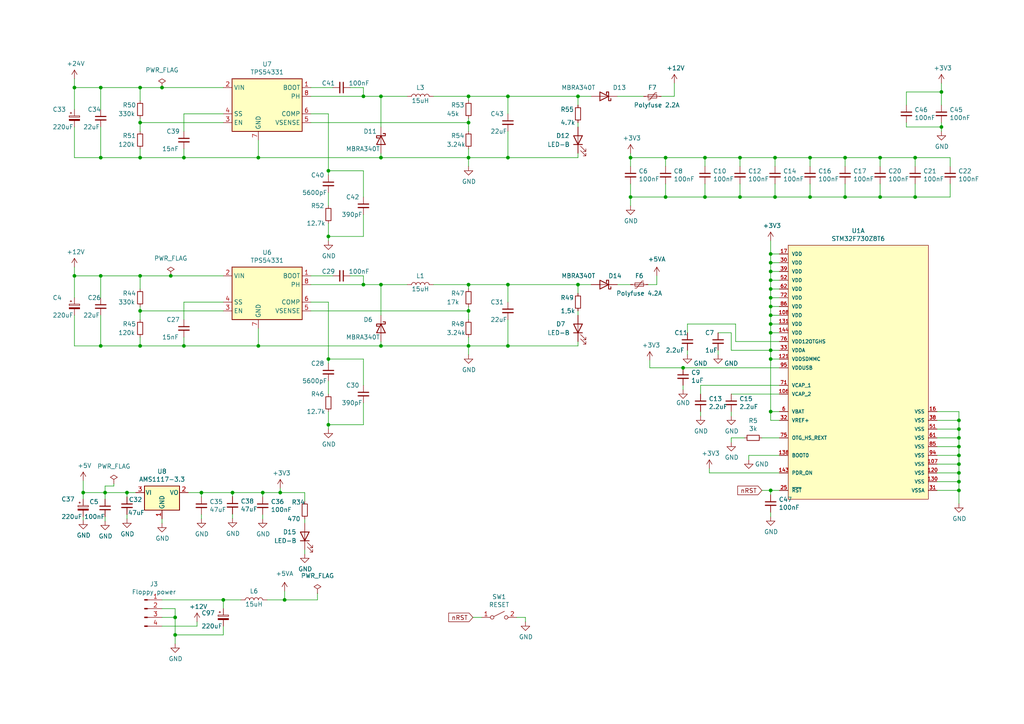
<source format=kicad_sch>
(kicad_sch (version 20211123) (generator eeschema)

  (uuid 68f7174d-ce7a-41b4-89f8-dd7e3ded57a1)

  (paper "A4")

  (title_block
    (title "Greaseweazle F7 Lighting, USB PD")
    (date "2022-04-04")
    (rev "1.03")
    (company "SweProj.com")
  )

  

  (junction (at 110.49 82.55) (diameter 0) (color 0 0 0 0)
    (uuid 01c54577-6862-4ca7-bb55-524c2e995aee)
  )
  (junction (at 198.12 106.68) (diameter 0) (color 0 0 0 0)
    (uuid 06ae599d-ec2a-407f-bd24-54dd2d1d7ca4)
  )
  (junction (at 74.93 45.72) (diameter 0) (color 0 0 0 0)
    (uuid 06fb8a5e-69f3-44ca-bc88-4da9a1408625)
  )
  (junction (at 67.437 142.875) (diameter 0) (color 0 0 0 0)
    (uuid 0ca90552-88f0-4a8c-9eae-ca238d2a0071)
  )
  (junction (at 147.32 45.72) (diameter 0) (color 0 0 0 0)
    (uuid 1533b475-c834-40d3-ae2c-55eb46ae810f)
  )
  (junction (at 40.64 80.01) (diameter 0) (color 0 0 0 0)
    (uuid 17adff9d-c581-42e4-b552-035b922b5256)
  )
  (junction (at 167.64 82.55) (diameter 0) (color 0 0 0 0)
    (uuid 1b8d5810-67b5-41f5-a4e9-e6c2cc9fec50)
  )
  (junction (at 193.04 45.72) (diameter 0) (color 0 0 0 0)
    (uuid 1c7ec62e-d96c-4a0d-ac32-e919b90a3c5b)
  )
  (junction (at 95.25 68.58) (diameter 0) (color 0 0 0 0)
    (uuid 1ebce183-d3ad-4022-b82e-9e0d8cd628db)
  )
  (junction (at 224.79 45.72) (diameter 0) (color 0 0 0 0)
    (uuid 207932d1-3fbf-4bd3-8ef6-a6601aaaae72)
  )
  (junction (at 64.77 173.99) (diameter 0) (color 0 0 0 0)
    (uuid 249d64ff-8ec3-455f-b519-689ffc8f83bc)
  )
  (junction (at 135.89 27.94) (diameter 0) (color 0 0 0 0)
    (uuid 260f62f6-a6cf-45e0-9208-51504e701f69)
  )
  (junction (at 223.52 83.82) (diameter 0) (color 0 0 0 0)
    (uuid 2628b16a-8b1e-4398-be45-c147110e73bb)
  )
  (junction (at 234.95 45.72) (diameter 0) (color 0 0 0 0)
    (uuid 2f29ffe5-cbdc-4a3f-81e6-c7d9f4c5145a)
  )
  (junction (at 167.64 27.94) (diameter 0) (color 0 0 0 0)
    (uuid 33770b56-77ab-4a0c-a675-0ef4f02f8519)
  )
  (junction (at 223.52 86.36) (diameter 0) (color 0 0 0 0)
    (uuid 3497045f-d218-47c9-8fd1-2d0a39585aa6)
  )
  (junction (at 40.64 90.17) (diameter 0) (color 0 0 0 0)
    (uuid 35506831-8c22-45ab-9b57-69eb0f9ef003)
  )
  (junction (at 223.52 142.24) (diameter 0) (color 0 0 0 0)
    (uuid 3bdc61da-fd87-4d91-ae6a-f160ef1e6b25)
  )
  (junction (at 265.43 57.15) (diameter 0) (color 0 0 0 0)
    (uuid 3c19fda9-55de-469e-9693-2d8993bca106)
  )
  (junction (at 29.21 100.33) (diameter 0) (color 0 0 0 0)
    (uuid 414a1d4c-7afc-4ffa-8579-88675cedc4ce)
  )
  (junction (at 214.63 45.72) (diameter 0) (color 0 0 0 0)
    (uuid 4266f6dc-b108-467a-bc4a-756158b1a271)
  )
  (junction (at 81.28 142.875) (diameter 0) (color 0 0 0 0)
    (uuid 42a9616a-abff-4583-83a0-d4dec5df8de7)
  )
  (junction (at 105.41 27.94) (diameter 0) (color 0 0 0 0)
    (uuid 44c331f8-33e4-4ba1-bb1e-3071cc175bfd)
  )
  (junction (at 29.21 80.01) (diameter 0) (color 0 0 0 0)
    (uuid 44cd273f-f3a1-4b9a-83a6-972b276409e1)
  )
  (junction (at 255.27 57.15) (diameter 0) (color 0 0 0 0)
    (uuid 4687c479-536f-4d7c-9d3c-04c9b426c43c)
  )
  (junction (at 223.52 78.74) (diameter 0) (color 0 0 0 0)
    (uuid 481354ed-51b9-4db2-9835-781681979b4b)
  )
  (junction (at 82.55 173.99) (diameter 0) (color 0 0 0 0)
    (uuid 4858a626-c615-4c47-a614-2f1a76e6b13f)
  )
  (junction (at 265.43 45.72) (diameter 0) (color 0 0 0 0)
    (uuid 4e0c0da6-a302-49a1-8b88-4dccac856a0b)
  )
  (junction (at 21.59 80.01) (diameter 0) (color 0 0 0 0)
    (uuid 557d128f-cf69-4c70-9959-d139ac95c63c)
  )
  (junction (at 223.52 101.6) (diameter 0) (color 0 0 0 0)
    (uuid 56801e6d-c4ab-4f7b-8289-2119a52fa227)
  )
  (junction (at 204.47 45.72) (diameter 0) (color 0 0 0 0)
    (uuid 56b53988-7c92-40d8-a754-683f4429d93e)
  )
  (junction (at 36.83 142.875) (diameter 0) (color 0 0 0 0)
    (uuid 59324d4c-12f8-4a3e-a6c5-143d2384150e)
  )
  (junction (at 135.89 82.55) (diameter 0) (color 0 0 0 0)
    (uuid 5a63aa46-8c18-43d5-8def-1c886562be17)
  )
  (junction (at 147.32 27.94) (diameter 0) (color 0 0 0 0)
    (uuid 5c652bfd-7025-48e8-86f2-beee7cb38bd7)
  )
  (junction (at 50.8 179.07) (diameter 0) (color 0 0 0 0)
    (uuid 5ea450c5-c799-4c49-a77b-90af3b812ea4)
  )
  (junction (at 95.25 104.14) (diameter 0) (color 0 0 0 0)
    (uuid 5f7505cc-53a6-463b-b397-33ff845b1ac0)
  )
  (junction (at 182.88 45.72) (diameter 0) (color 0 0 0 0)
    (uuid 60628c1f-f7b2-4a4b-be6f-62bc1a819432)
  )
  (junction (at 245.11 45.72) (diameter 0) (color 0 0 0 0)
    (uuid 6540157e-dd56-419f-8e12-b9f763e7e5a8)
  )
  (junction (at 214.63 57.15) (diameter 0) (color 0 0 0 0)
    (uuid 6597e724-ffad-43f1-9619-cca25cced87f)
  )
  (junction (at 58.42 142.875) (diameter 0) (color 0 0 0 0)
    (uuid 6a9e1afc-56ba-4859-b642-84caf4b8d598)
  )
  (junction (at 278.13 139.7) (diameter 0) (color 0 0 0 0)
    (uuid 6d401fdd-c1f6-4321-96c4-4843b6143be9)
  )
  (junction (at 105.41 82.55) (diameter 0) (color 0 0 0 0)
    (uuid 77cfe682-cc36-4979-823b-05ea5f187ba7)
  )
  (junction (at 49.53 80.01) (diameter 0) (color 0 0 0 0)
    (uuid 7c413acd-4980-469d-ab76-1200f761d768)
  )
  (junction (at 245.11 57.15) (diameter 0) (color 0 0 0 0)
    (uuid 7da6dd22-6820-4812-8b65-ceb1440c016d)
  )
  (junction (at 147.32 100.33) (diameter 0) (color 0 0 0 0)
    (uuid 802bd717-75a4-4efc-bdc3-ab512c6bce65)
  )
  (junction (at 46.99 25.4) (diameter 0) (color 0 0 0 0)
    (uuid 815137f8-37a3-45c9-b824-b8497cb4a699)
  )
  (junction (at 223.52 96.52) (diameter 0) (color 0 0 0 0)
    (uuid 83181dd0-bbcd-4a99-a5a2-7d6961abb51a)
  )
  (junction (at 29.21 25.4) (diameter 0) (color 0 0 0 0)
    (uuid 84daabe5-262d-44f3-8073-3a5eff98700f)
  )
  (junction (at 40.64 45.72) (diameter 0) (color 0 0 0 0)
    (uuid 84e64de5-2809-4251-a45b-2b46d2cc79df)
  )
  (junction (at 24.13 142.875) (diameter 0) (color 0 0 0 0)
    (uuid 86f8bffa-911c-465c-baff-fcbd92893959)
  )
  (junction (at 278.13 132.08) (diameter 0) (color 0 0 0 0)
    (uuid 88a7e34c-57e7-48ce-a358-6866b2c01d90)
  )
  (junction (at 95.25 123.19) (diameter 0) (color 0 0 0 0)
    (uuid 88e4f832-79d6-4c54-9ce3-4328dcb9d5b5)
  )
  (junction (at 147.32 82.55) (diameter 0) (color 0 0 0 0)
    (uuid 88ea0fe3-17bb-45bf-bf71-4da88c965186)
  )
  (junction (at 224.79 57.15) (diameter 0) (color 0 0 0 0)
    (uuid 895d5ca3-0e9a-421e-88ea-3017edd2db62)
  )
  (junction (at 223.52 81.28) (diameter 0) (color 0 0 0 0)
    (uuid 8cf4e6c7-f213-4dc6-a215-9a85d8791784)
  )
  (junction (at 223.52 91.44) (diameter 0) (color 0 0 0 0)
    (uuid 8dcf40e6-09a5-42e4-8b46-f4738540468d)
  )
  (junction (at 223.52 93.98) (diameter 0) (color 0 0 0 0)
    (uuid 90207e9d-650a-4c45-b7d5-e506cc85537d)
  )
  (junction (at 255.27 45.72) (diameter 0) (color 0 0 0 0)
    (uuid 914ccec4-572a-4ec0-b281-596368eea274)
  )
  (junction (at 135.89 35.56) (diameter 0) (color 0 0 0 0)
    (uuid 97972d9a-c8ac-431f-b1f4-0da8477b5639)
  )
  (junction (at 273.05 36.83) (diameter 0) (color 0 0 0 0)
    (uuid 9b774066-2c22-4032-af01-4291adb02340)
  )
  (junction (at 204.47 57.15) (diameter 0) (color 0 0 0 0)
    (uuid 9cab0c4e-2726-433f-a46f-c25156ae2489)
  )
  (junction (at 40.64 35.56) (diameter 0) (color 0 0 0 0)
    (uuid 9cd1ba63-2087-4000-a5a9-797dad78d993)
  )
  (junction (at 234.95 57.15) (diameter 0) (color 0 0 0 0)
    (uuid 9f5c7a80-7220-432e-865b-d1468e8a8d4c)
  )
  (junction (at 278.13 121.92) (diameter 0) (color 0 0 0 0)
    (uuid a17368fb-646b-4ffd-9057-0994609f8a46)
  )
  (junction (at 21.59 25.4) (diameter 0) (color 0 0 0 0)
    (uuid a3eaa329-1c23-49fc-9fb5-976de81b788e)
  )
  (junction (at 278.13 137.16) (diameter 0) (color 0 0 0 0)
    (uuid a6d88d7d-92d8-4fc8-b103-7599e55f18c0)
  )
  (junction (at 29.21 45.72) (diameter 0) (color 0 0 0 0)
    (uuid b034f82f-3ce9-4423-89ad-7ecf03d348d0)
  )
  (junction (at 50.8 184.15) (diameter 0) (color 0 0 0 0)
    (uuid b365172c-71c7-4b5f-8ac8-fa4cd5afef21)
  )
  (junction (at 53.34 100.33) (diameter 0) (color 0 0 0 0)
    (uuid b42a4498-7f71-4787-a0f1-b44423616ac9)
  )
  (junction (at 278.13 127) (diameter 0) (color 0 0 0 0)
    (uuid b7013b78-ce5a-47df-9e6f-e993b6073985)
  )
  (junction (at 53.34 45.72) (diameter 0) (color 0 0 0 0)
    (uuid b9272e8b-2d00-4d6b-ae8c-fd62ef331586)
  )
  (junction (at 110.49 100.33) (diameter 0) (color 0 0 0 0)
    (uuid bb7f3caf-4343-4dcb-b7b2-5479c850c4a2)
  )
  (junction (at 30.48 142.875) (diameter 0) (color 0 0 0 0)
    (uuid c17ad916-21bb-4677-b8ab-190f905f0beb)
  )
  (junction (at 278.13 124.46) (diameter 0) (color 0 0 0 0)
    (uuid c78d97f4-1d1b-46c3-bcbb-8424944a8978)
  )
  (junction (at 40.64 25.4) (diameter 0) (color 0 0 0 0)
    (uuid c837798c-83c8-4e02-b288-fa03714cab74)
  )
  (junction (at 135.89 100.33) (diameter 0) (color 0 0 0 0)
    (uuid c9863f4f-bdf5-49f4-b18e-dce622ff9931)
  )
  (junction (at 223.52 73.66) (diameter 0) (color 0 0 0 0)
    (uuid cec22d4a-eda3-4d50-8609-c3a123c120be)
  )
  (junction (at 223.52 119.38) (diameter 0) (color 0 0 0 0)
    (uuid cf06bbbc-3fa0-42b7-9a99-642ec3689891)
  )
  (junction (at 193.04 57.15) (diameter 0) (color 0 0 0 0)
    (uuid d316b729-072f-4d15-a495-cbeb8407aea0)
  )
  (junction (at 223.52 76.2) (diameter 0) (color 0 0 0 0)
    (uuid da7eee34-4516-4154-9034-7c9b8e2afe41)
  )
  (junction (at 273.05 26.67) (diameter 0) (color 0 0 0 0)
    (uuid ddfa4cf0-3486-4284-897b-3a9e51f271d9)
  )
  (junction (at 95.25 49.53) (diameter 0) (color 0 0 0 0)
    (uuid e02b47af-92a8-4b6e-841f-f88d0fa73eb7)
  )
  (junction (at 278.13 129.54) (diameter 0) (color 0 0 0 0)
    (uuid e0660a46-ff2a-4b28-b311-cf71bc999b82)
  )
  (junction (at 110.49 27.94) (diameter 0) (color 0 0 0 0)
    (uuid e208ea3a-d990-4992-b395-c95b18b77f83)
  )
  (junction (at 182.88 57.15) (diameter 0) (color 0 0 0 0)
    (uuid e73ef891-c9f9-42ab-894b-b2580ee0b0a1)
  )
  (junction (at 76.2 142.875) (diameter 0) (color 0 0 0 0)
    (uuid eb43ca25-4d68-40a4-98c7-2e1932cda240)
  )
  (junction (at 40.64 100.33) (diameter 0) (color 0 0 0 0)
    (uuid f0e6fae4-0008-43ed-8719-bf62839f601f)
  )
  (junction (at 110.49 45.72) (diameter 0) (color 0 0 0 0)
    (uuid f3642676-ce32-431a-adfa-a8e750bc449d)
  )
  (junction (at 278.13 134.62) (diameter 0) (color 0 0 0 0)
    (uuid f5a54919-b960-48fc-8517-e9e32dce0bf0)
  )
  (junction (at 223.52 104.14) (diameter 0) (color 0 0 0 0)
    (uuid f83c7689-506f-4228-94dd-e1c4dd714e67)
  )
  (junction (at 135.89 90.17) (diameter 0) (color 0 0 0 0)
    (uuid f89b1d5e-28c8-498c-b199-7acbd8607540)
  )
  (junction (at 135.89 45.72) (diameter 0) (color 0 0 0 0)
    (uuid f9c966ae-23e4-43cd-95e1-ebb675260935)
  )
  (junction (at 74.93 100.33) (diameter 0) (color 0 0 0 0)
    (uuid fda94f0a-876e-4bf0-ad10-35819851e3e9)
  )
  (junction (at 223.52 88.9) (diameter 0) (color 0 0 0 0)
    (uuid fdd41a68-206a-4076-b64a-8b7633d428d6)
  )
  (junction (at 278.13 142.24) (diameter 0) (color 0 0 0 0)
    (uuid fe2b05f5-675b-44d0-956c-c5829b7c692a)
  )

  (wire (pts (xy 21.59 25.4) (xy 29.21 25.4))
    (stroke (width 0) (type default) (color 0 0 0 0))
    (uuid 00185541-0a55-4e62-91d8-99e7a7720d36)
  )
  (wire (pts (xy 255.27 57.15) (xy 265.43 57.15))
    (stroke (width 0) (type default) (color 0 0 0 0))
    (uuid 00627221-b0fd-448e-b5a6-250d249697c2)
  )
  (wire (pts (xy 67.437 149.098) (xy 67.437 150.368))
    (stroke (width 0) (type default) (color 0 0 0 0))
    (uuid 00cfadd5-9667-4db6-b4bc-212d70222d0d)
  )
  (wire (pts (xy 205.74 137.16) (xy 205.74 135.89))
    (stroke (width 0) (type default) (color 0 0 0 0))
    (uuid 01caafb3-af8a-4642-870c-c290b286d040)
  )
  (wire (pts (xy 212.09 127) (xy 215.9 127))
    (stroke (width 0) (type default) (color 0 0 0 0))
    (uuid 037a257a-ceb2-409c-ab24-48a743172dae)
  )
  (wire (pts (xy 74.93 100.33) (xy 110.49 100.33))
    (stroke (width 0) (type default) (color 0 0 0 0))
    (uuid 059f4155-bed3-4fb2-9baa-d569f31b7e5d)
  )
  (wire (pts (xy 223.52 76.2) (xy 223.52 78.74))
    (stroke (width 0) (type default) (color 0 0 0 0))
    (uuid 05c4a04b-0442-4e18-9747-3d9fc4a562fe)
  )
  (wire (pts (xy 198.12 111.76) (xy 198.12 113.03))
    (stroke (width 0) (type default) (color 0 0 0 0))
    (uuid 077985bd-c8a6-43b8-af30-1141a8334306)
  )
  (wire (pts (xy 90.17 35.56) (xy 135.89 35.56))
    (stroke (width 0) (type default) (color 0 0 0 0))
    (uuid 09433d97-62ec-42de-89f2-7d0b68dc1b9d)
  )
  (wire (pts (xy 40.64 90.17) (xy 64.77 90.17))
    (stroke (width 0) (type default) (color 0 0 0 0))
    (uuid 0a52fedd-967a-423d-aaaf-3875f20f935b)
  )
  (wire (pts (xy 64.77 173.99) (xy 64.77 176.53))
    (stroke (width 0) (type default) (color 0 0 0 0))
    (uuid 0b9bca24-2bc9-4c56-8c54-04143186765e)
  )
  (wire (pts (xy 224.79 45.72) (xy 234.95 45.72))
    (stroke (width 0) (type default) (color 0 0 0 0))
    (uuid 0ba3fcf8-07bd-443d-be28-f69a4ad80df4)
  )
  (wire (pts (xy 226.06 101.6) (xy 223.52 101.6))
    (stroke (width 0) (type default) (color 0 0 0 0))
    (uuid 0c345fc5-964b-48c0-9452-55507c868edc)
  )
  (wire (pts (xy 92.075 173.99) (xy 92.075 172.085))
    (stroke (width 0) (type default) (color 0 0 0 0))
    (uuid 0c3692d2-4f9a-4f58-b8c7-f3b7b8fc6b6a)
  )
  (wire (pts (xy 214.63 57.15) (xy 224.79 57.15))
    (stroke (width 0) (type default) (color 0 0 0 0))
    (uuid 0d7333ca-0587-43cb-9af7-f59016c85820)
  )
  (wire (pts (xy 21.59 80.01) (xy 29.21 80.01))
    (stroke (width 0) (type default) (color 0 0 0 0))
    (uuid 0dcb5ab5-f291-489d-b2bc-0f0b25b801ee)
  )
  (wire (pts (xy 135.89 35.56) (xy 135.89 34.29))
    (stroke (width 0) (type default) (color 0 0 0 0))
    (uuid 0e11718f-21aa-474d-9bf4-88d875870740)
  )
  (wire (pts (xy 110.49 27.94) (xy 118.11 27.94))
    (stroke (width 0) (type default) (color 0 0 0 0))
    (uuid 0e852933-f119-4b7f-a503-b829e02656a9)
  )
  (wire (pts (xy 217.17 132.08) (xy 217.17 133.35))
    (stroke (width 0) (type default) (color 0 0 0 0))
    (uuid 0f6b89db-12ed-4dac-b3ce-819a49798117)
  )
  (wire (pts (xy 95.25 49.53) (xy 105.41 49.53))
    (stroke (width 0) (type default) (color 0 0 0 0))
    (uuid 10df6e07-cc84-4b25-a71b-19a35b4b40da)
  )
  (wire (pts (xy 21.59 77.47) (xy 21.59 80.01))
    (stroke (width 0) (type default) (color 0 0 0 0))
    (uuid 10e5ae6d-e43e-4ff8-abc5-fd9df16782da)
  )
  (wire (pts (xy 21.59 36.83) (xy 21.59 45.72))
    (stroke (width 0) (type default) (color 0 0 0 0))
    (uuid 128a7556-cb3d-406d-b84d-6d9efc7f9ed8)
  )
  (wire (pts (xy 135.89 90.17) (xy 135.89 88.9))
    (stroke (width 0) (type default) (color 0 0 0 0))
    (uuid 12c9f3e1-9431-42f8-b6f8-fb6fd35fc1cb)
  )
  (wire (pts (xy 271.78 129.54) (xy 278.13 129.54))
    (stroke (width 0) (type default) (color 0 0 0 0))
    (uuid 1354903a-b7d2-4e04-b220-6c6c8f058ef7)
  )
  (wire (pts (xy 29.21 25.4) (xy 40.64 25.4))
    (stroke (width 0) (type default) (color 0 0 0 0))
    (uuid 1416f46f-efcf-4c99-81af-d39cf81f2652)
  )
  (wire (pts (xy 81.28 142.875) (xy 88.392 142.875))
    (stroke (width 0) (type default) (color 0 0 0 0))
    (uuid 15084521-374a-4f95-bc25-4132739c238e)
  )
  (wire (pts (xy 24.13 149.86) (xy 24.13 150.876))
    (stroke (width 0) (type default) (color 0 0 0 0))
    (uuid 173a3cc6-0a20-4747-ba7b-6cf701a04c08)
  )
  (wire (pts (xy 88.392 142.875) (xy 88.392 145.415))
    (stroke (width 0) (type default) (color 0 0 0 0))
    (uuid 177f1d95-3206-4e86-a326-b75c396c89a3)
  )
  (wire (pts (xy 167.64 45.72) (xy 167.64 44.45))
    (stroke (width 0) (type default) (color 0 0 0 0))
    (uuid 198642f2-8db4-475b-ac24-9da65c994a3a)
  )
  (wire (pts (xy 193.04 57.15) (xy 204.47 57.15))
    (stroke (width 0) (type default) (color 0 0 0 0))
    (uuid 1ba3e338-9465-4844-8361-6715d7885c15)
  )
  (wire (pts (xy 223.52 78.74) (xy 223.52 81.28))
    (stroke (width 0) (type default) (color 0 0 0 0))
    (uuid 1c4dfe58-85b1-467f-8e9d-bdb7a0d0ca8e)
  )
  (wire (pts (xy 271.78 127) (xy 278.13 127))
    (stroke (width 0) (type default) (color 0 0 0 0))
    (uuid 1c57f8a5-0a6c-44cd-b514-5b9d5f8cc98b)
  )
  (wire (pts (xy 24.13 142.875) (xy 24.13 144.78))
    (stroke (width 0) (type default) (color 0 0 0 0))
    (uuid 1cb2b992-1f62-44c1-ae18-61c4645b7898)
  )
  (wire (pts (xy 199.39 101.6) (xy 199.39 102.87))
    (stroke (width 0) (type default) (color 0 0 0 0))
    (uuid 1cd08355-701e-4fba-886f-d48517dcccf5)
  )
  (wire (pts (xy 204.47 45.72) (xy 214.63 45.72))
    (stroke (width 0) (type default) (color 0 0 0 0))
    (uuid 2056f16f-2d4a-4f35-8a56-49ab69eeef16)
  )
  (wire (pts (xy 214.63 48.26) (xy 214.63 45.72))
    (stroke (width 0) (type default) (color 0 0 0 0))
    (uuid 21c9358c-c2dd-4df5-9cfe-ea9bd0b49374)
  )
  (wire (pts (xy 135.89 45.72) (xy 135.89 43.18))
    (stroke (width 0) (type default) (color 0 0 0 0))
    (uuid 22312754-c8c2-4400-b598-394e06b2be81)
  )
  (wire (pts (xy 278.13 142.24) (xy 278.13 146.05))
    (stroke (width 0) (type default) (color 0 0 0 0))
    (uuid 224e8890-cdee-45fd-bd2e-64fe49c2de75)
  )
  (wire (pts (xy 90.17 80.01) (xy 96.52 80.01))
    (stroke (width 0) (type default) (color 0 0 0 0))
    (uuid 2276bf47-b441-4aa2-ba22-8213875ce0ee)
  )
  (wire (pts (xy 76.2 144.145) (xy 76.2 142.875))
    (stroke (width 0) (type default) (color 0 0 0 0))
    (uuid 2471afde-423c-4d7c-b400-51c1e438643f)
  )
  (wire (pts (xy 204.47 57.15) (xy 214.63 57.15))
    (stroke (width 0) (type default) (color 0 0 0 0))
    (uuid 2571f4c8-d7fc-4e8c-94df-f480e56bb717)
  )
  (wire (pts (xy 203.2 119.38) (xy 203.2 120.65))
    (stroke (width 0) (type default) (color 0 0 0 0))
    (uuid 2a507df7-40c5-4523-b0fd-269cea55efb9)
  )
  (wire (pts (xy 90.17 27.94) (xy 105.41 27.94))
    (stroke (width 0) (type default) (color 0 0 0 0))
    (uuid 2aabebab-10c6-4637-946b-cda31980f550)
  )
  (wire (pts (xy 101.6 80.01) (xy 105.41 80.01))
    (stroke (width 0) (type default) (color 0 0 0 0))
    (uuid 2af1d271-3c6a-476d-8eba-6b2aab466da3)
  )
  (wire (pts (xy 223.52 86.36) (xy 226.06 86.36))
    (stroke (width 0) (type default) (color 0 0 0 0))
    (uuid 2b1a1d99-4ea2-4cae-846a-5609aadc4265)
  )
  (wire (pts (xy 278.13 132.08) (xy 278.13 134.62))
    (stroke (width 0) (type default) (color 0 0 0 0))
    (uuid 2b878984-ad62-40d5-87be-d30f465ae2b3)
  )
  (wire (pts (xy 40.64 45.72) (xy 40.64 43.18))
    (stroke (width 0) (type default) (color 0 0 0 0))
    (uuid 2c3d5c2f-c119-4276-9b7e-33808f1d9396)
  )
  (wire (pts (xy 147.32 45.72) (xy 147.32 38.1))
    (stroke (width 0) (type default) (color 0 0 0 0))
    (uuid 2d4ba971-ddd9-4f08-ae0a-4bc49faa5143)
  )
  (wire (pts (xy 224.79 57.15) (xy 234.95 57.15))
    (stroke (width 0) (type default) (color 0 0 0 0))
    (uuid 2f122013-8dbc-4371-941a-b52e2115db20)
  )
  (wire (pts (xy 214.63 45.72) (xy 224.79 45.72))
    (stroke (width 0) (type default) (color 0 0 0 0))
    (uuid 2f8ebbbf-0f11-4a15-9648-1d28e5593127)
  )
  (wire (pts (xy 21.59 80.01) (xy 21.59 86.36))
    (stroke (width 0) (type default) (color 0 0 0 0))
    (uuid 30b75c25-1d2c-45e7-83e2-bb3be98f8f83)
  )
  (wire (pts (xy 245.11 45.72) (xy 255.27 45.72))
    (stroke (width 0) (type default) (color 0 0 0 0))
    (uuid 31b8e579-7afa-4dee-9f20-b2fefaae3c16)
  )
  (wire (pts (xy 271.78 121.92) (xy 278.13 121.92))
    (stroke (width 0) (type default) (color 0 0 0 0))
    (uuid 335263d3-7e35-4a9c-83c2-cd71d45f0688)
  )
  (wire (pts (xy 33.02 140.97) (xy 33.02 140.335))
    (stroke (width 0) (type default) (color 0 0 0 0))
    (uuid 335f99d2-4459-40ac-ab88-9b82c64bef4d)
  )
  (wire (pts (xy 88.392 160.655) (xy 88.392 159.385))
    (stroke (width 0) (type default) (color 0 0 0 0))
    (uuid 3361482c-ca19-4873-b4a9-88f85f1328a1)
  )
  (wire (pts (xy 147.32 82.55) (xy 147.32 87.63))
    (stroke (width 0) (type default) (color 0 0 0 0))
    (uuid 338b7824-6fa7-42ef-b79a-c6dc90689f4e)
  )
  (wire (pts (xy 271.78 124.46) (xy 278.13 124.46))
    (stroke (width 0) (type default) (color 0 0 0 0))
    (uuid 33b48673-c959-4510-b6fa-fd3f7bdb00fd)
  )
  (wire (pts (xy 182.88 53.34) (xy 182.88 57.15))
    (stroke (width 0) (type default) (color 0 0 0 0))
    (uuid 33e40dd5-556d-4de0-ab08-235c61b7ba9f)
  )
  (wire (pts (xy 147.32 27.94) (xy 167.64 27.94))
    (stroke (width 0) (type default) (color 0 0 0 0))
    (uuid 33ef82c8-b659-42b6-9429-5436a00e7b54)
  )
  (wire (pts (xy 57.15 181.61) (xy 57.15 180.34))
    (stroke (width 0) (type default) (color 0 0 0 0))
    (uuid 3520b9bf-2dfc-4868-a650-86ff98682e83)
  )
  (wire (pts (xy 262.89 35.56) (xy 262.89 36.83))
    (stroke (width 0) (type default) (color 0 0 0 0))
    (uuid 3581de8b-daeb-467a-8039-51714599e4ba)
  )
  (wire (pts (xy 40.64 100.33) (xy 40.64 97.79))
    (stroke (width 0) (type default) (color 0 0 0 0))
    (uuid 373b5b59-9fbb-41a2-845d-56a1ed5a82dd)
  )
  (wire (pts (xy 74.93 40.64) (xy 74.93 45.72))
    (stroke (width 0) (type default) (color 0 0 0 0))
    (uuid 38c40dcc-c1da-4f6f-a147-01497313c7b0)
  )
  (wire (pts (xy 182.88 44.45) (xy 182.88 45.72))
    (stroke (width 0) (type default) (color 0 0 0 0))
    (uuid 3a274653-eff3-4ffe-9be8-2bfd0950af0a)
  )
  (wire (pts (xy 182.88 57.15) (xy 193.04 57.15))
    (stroke (width 0) (type default) (color 0 0 0 0))
    (uuid 3a568413-17bd-4a87-b1ac-928e77fa1b6a)
  )
  (wire (pts (xy 135.89 35.56) (xy 135.89 38.1))
    (stroke (width 0) (type default) (color 0 0 0 0))
    (uuid 3afae848-3ba1-40f3-a73d-cfa98c2ff8b2)
  )
  (wire (pts (xy 135.89 45.72) (xy 147.32 45.72))
    (stroke (width 0) (type default) (color 0 0 0 0))
    (uuid 3b199d04-ad2b-4bc0-b66c-8629e7796fdd)
  )
  (wire (pts (xy 234.95 48.26) (xy 234.95 45.72))
    (stroke (width 0) (type default) (color 0 0 0 0))
    (uuid 3ba59656-e36e-4caa-8957-90ed8686b3d3)
  )
  (wire (pts (xy 223.52 86.36) (xy 223.52 88.9))
    (stroke (width 0) (type default) (color 0 0 0 0))
    (uuid 3bc24d10-b3eb-4abe-836d-a8521ccc4341)
  )
  (wire (pts (xy 199.39 96.52) (xy 199.39 93.98))
    (stroke (width 0) (type default) (color 0 0 0 0))
    (uuid 3c3e78d8-62d7-4020-ae7c-c489234b27d5)
  )
  (wire (pts (xy 223.52 83.82) (xy 226.06 83.82))
    (stroke (width 0) (type default) (color 0 0 0 0))
    (uuid 3cf0233f-86e3-4b85-ad75-fb8a46f37498)
  )
  (wire (pts (xy 135.89 82.55) (xy 147.32 82.55))
    (stroke (width 0) (type default) (color 0 0 0 0))
    (uuid 3d0a8609-a059-4734-b988-da00f509164d)
  )
  (wire (pts (xy 105.41 25.4) (xy 105.41 27.94))
    (stroke (width 0) (type default) (color 0 0 0 0))
    (uuid 3eee2221-7af9-4d6a-ba79-a48c3fd1ac35)
  )
  (wire (pts (xy 53.34 92.71) (xy 53.34 87.63))
    (stroke (width 0) (type default) (color 0 0 0 0))
    (uuid 3f0c3fb9-57f0-4439-b2df-3c934842d7db)
  )
  (wire (pts (xy 135.89 100.33) (xy 135.89 102.87))
    (stroke (width 0) (type default) (color 0 0 0 0))
    (uuid 407d0cd8-54f8-47a8-90cb-42c8a441d04f)
  )
  (wire (pts (xy 40.64 35.56) (xy 40.64 38.1))
    (stroke (width 0) (type default) (color 0 0 0 0))
    (uuid 41e442c4-3daa-4776-bd79-7990c939b354)
  )
  (wire (pts (xy 76.2 149.225) (xy 76.2 150.495))
    (stroke (width 0) (type default) (color 0 0 0 0))
    (uuid 4275c2b3-59e7-409d-ae75-26ae06cb35e2)
  )
  (wire (pts (xy 90.17 33.02) (xy 95.25 33.02))
    (stroke (width 0) (type default) (color 0 0 0 0))
    (uuid 42795956-f125-4166-860d-4316fe3791b8)
  )
  (wire (pts (xy 147.32 100.33) (xy 147.32 92.71))
    (stroke (width 0) (type default) (color 0 0 0 0))
    (uuid 45fc93ca-f8ba-48a8-9189-1c9886475cd3)
  )
  (wire (pts (xy 271.78 142.24) (xy 278.13 142.24))
    (stroke (width 0) (type default) (color 0 0 0 0))
    (uuid 4612f9f0-1343-4ba7-94dd-7d3e9fc08dad)
  )
  (wire (pts (xy 40.64 35.56) (xy 40.64 34.29))
    (stroke (width 0) (type default) (color 0 0 0 0))
    (uuid 46255620-16a2-4e81-9e4a-58dddcf89388)
  )
  (wire (pts (xy 30.48 140.97) (xy 33.02 140.97))
    (stroke (width 0) (type default) (color 0 0 0 0))
    (uuid 46a2c0d5-bc1a-40a0-81d1-79c4e48e8bab)
  )
  (wire (pts (xy 245.11 57.15) (xy 255.27 57.15))
    (stroke (width 0) (type default) (color 0 0 0 0))
    (uuid 47890384-6eaa-420c-b9ae-e68a6a7f17b5)
  )
  (wire (pts (xy 278.13 129.54) (xy 278.13 132.08))
    (stroke (width 0) (type default) (color 0 0 0 0))
    (uuid 4a56ac62-5ec2-46fc-a86c-9adf2d8fead1)
  )
  (wire (pts (xy 278.13 139.7) (xy 278.13 142.24))
    (stroke (width 0) (type default) (color 0 0 0 0))
    (uuid 4b3cefd2-e7d7-4d25-8bb9-37548c3e8b03)
  )
  (wire (pts (xy 95.25 68.58) (xy 95.25 69.85))
    (stroke (width 0) (type default) (color 0 0 0 0))
    (uuid 4c77837f-2440-4b7b-8e7e-430f981c7c04)
  )
  (wire (pts (xy 40.64 90.17) (xy 40.64 88.9))
    (stroke (width 0) (type default) (color 0 0 0 0))
    (uuid 4de018aa-33f9-4679-9406-fafd70ff0142)
  )
  (wire (pts (xy 46.99 150.495) (xy 46.99 151.765))
    (stroke (width 0) (type default) (color 0 0 0 0))
    (uuid 4f31acca-384a-4c19-b00c-be85acf73c40)
  )
  (wire (pts (xy 212.09 101.6) (xy 223.52 101.6))
    (stroke (width 0) (type default) (color 0 0 0 0))
    (uuid 4ff71e44-dddb-450e-9f6f-fe3947968fd4)
  )
  (wire (pts (xy 29.21 100.33) (xy 29.21 91.44))
    (stroke (width 0) (type default) (color 0 0 0 0))
    (uuid 504cb9e4-5572-4208-bc9d-30a7efff8b9a)
  )
  (wire (pts (xy 220.98 142.24) (xy 223.52 142.24))
    (stroke (width 0) (type default) (color 0 0 0 0))
    (uuid 505c1d3e-8ca5-438e-9eae-18483f12882c)
  )
  (wire (pts (xy 46.99 181.61) (xy 57.15 181.61))
    (stroke (width 0) (type default) (color 0 0 0 0))
    (uuid 506110af-ac51-4501-bfa6-1552a848d599)
  )
  (wire (pts (xy 53.34 45.72) (xy 40.64 45.72))
    (stroke (width 0) (type default) (color 0 0 0 0))
    (uuid 50cd7dd2-4ee6-4ead-a8d7-6798eb55f8db)
  )
  (wire (pts (xy 105.41 104.14) (xy 105.41 111.76))
    (stroke (width 0) (type default) (color 0 0 0 0))
    (uuid 5125c4d9-cf5c-4fe5-9dc8-c939e40fcd6f)
  )
  (wire (pts (xy 110.49 27.94) (xy 110.49 36.83))
    (stroke (width 0) (type default) (color 0 0 0 0))
    (uuid 53548090-4b36-44b5-9ef5-2fa214b2fbf4)
  )
  (wire (pts (xy 46.99 25.4) (xy 64.77 25.4))
    (stroke (width 0) (type default) (color 0 0 0 0))
    (uuid 53f9ab78-8fd2-45f8-9537-0c1630b2861a)
  )
  (wire (pts (xy 110.49 99.06) (xy 110.49 100.33))
    (stroke (width 0) (type default) (color 0 0 0 0))
    (uuid 55b28997-b330-40d1-b32a-125cd071668d)
  )
  (wire (pts (xy 40.64 80.01) (xy 49.53 80.01))
    (stroke (width 0) (type default) (color 0 0 0 0))
    (uuid 5684e95c-6824-46cf-8e72-881178a51d31)
  )
  (wire (pts (xy 220.98 127) (xy 226.06 127))
    (stroke (width 0) (type default) (color 0 0 0 0))
    (uuid 57e17378-f1f7-42d0-9ad3-fb44c2d5cdc3)
  )
  (wire (pts (xy 95.25 104.14) (xy 105.41 104.14))
    (stroke (width 0) (type default) (color 0 0 0 0))
    (uuid 58728297-c362-4c70-a751-4d60ffa81b1a)
  )
  (wire (pts (xy 226.06 119.38) (xy 223.52 119.38))
    (stroke (width 0) (type default) (color 0 0 0 0))
    (uuid 58c4b7f1-3bfe-4269-af43-3ce726a108d9)
  )
  (wire (pts (xy 223.52 83.82) (xy 223.52 86.36))
    (stroke (width 0) (type default) (color 0 0 0 0))
    (uuid 594594ee-9de8-45bc-b621-a9251877b0c2)
  )
  (wire (pts (xy 110.49 82.55) (xy 110.49 91.44))
    (stroke (width 0) (type default) (color 0 0 0 0))
    (uuid 5aa1c642-a9f0-4211-8572-3a7e8453422e)
  )
  (wire (pts (xy 125.73 82.55) (xy 135.89 82.55))
    (stroke (width 0) (type default) (color 0 0 0 0))
    (uuid 5c9202d7-6a93-43b3-87c0-77347fd72885)
  )
  (wire (pts (xy 21.59 91.44) (xy 21.59 100.33))
    (stroke (width 0) (type default) (color 0 0 0 0))
    (uuid 5daf2c3c-7702-4a59-b99d-84464c054bc4)
  )
  (wire (pts (xy 149.86 179.07) (xy 152.4 179.07))
    (stroke (width 0) (type default) (color 0 0 0 0))
    (uuid 5ecea6c7-cbcd-4340-9db8-55b54a886e1e)
  )
  (wire (pts (xy 213.36 99.06) (xy 226.06 99.06))
    (stroke (width 0) (type default) (color 0 0 0 0))
    (uuid 5ed637ac-40ac-434c-a406-609e25d3658d)
  )
  (wire (pts (xy 40.64 45.72) (xy 29.21 45.72))
    (stroke (width 0) (type default) (color 0 0 0 0))
    (uuid 5f4676ff-2597-415d-a32e-98d53038f432)
  )
  (wire (pts (xy 167.64 82.55) (xy 167.64 85.09))
    (stroke (width 0) (type default) (color 0 0 0 0))
    (uuid 60ca4740-3009-4486-93d6-c2502818122b)
  )
  (wire (pts (xy 95.25 104.14) (xy 95.25 105.41))
    (stroke (width 0) (type default) (color 0 0 0 0))
    (uuid 60fc0348-15d2-462c-9b87-dbb507b8717b)
  )
  (wire (pts (xy 167.64 35.56) (xy 167.64 36.83))
    (stroke (width 0) (type default) (color 0 0 0 0))
    (uuid 61415144-ce8f-483a-82b7-e2e320f7f0b4)
  )
  (wire (pts (xy 234.95 53.34) (xy 234.95 57.15))
    (stroke (width 0) (type default) (color 0 0 0 0))
    (uuid 62c6f8ce-78e5-4ab3-bb01-2fcb0df87aa6)
  )
  (wire (pts (xy 67.437 142.875) (xy 76.2 142.875))
    (stroke (width 0) (type default) (color 0 0 0 0))
    (uuid 6301f184-dc0e-47d1-a158-5fdcab3140e4)
  )
  (wire (pts (xy 223.52 91.44) (xy 223.52 93.98))
    (stroke (width 0) (type default) (color 0 0 0 0))
    (uuid 6476e233-d260-45fe-84d2-9ade7d0003a0)
  )
  (wire (pts (xy 191.77 27.94) (xy 195.58 27.94))
    (stroke (width 0) (type default) (color 0 0 0 0))
    (uuid 6505825f-43ee-4fb8-b546-c0b2310ed040)
  )
  (wire (pts (xy 95.25 49.53) (xy 95.25 50.8))
    (stroke (width 0) (type default) (color 0 0 0 0))
    (uuid 65908b01-f0a0-46e1-84f2-bf49d46af2a7)
  )
  (wire (pts (xy 223.52 76.2) (xy 226.06 76.2))
    (stroke (width 0) (type default) (color 0 0 0 0))
    (uuid 6a5b3eea-de35-4a54-8316-e56ea2a634e4)
  )
  (wire (pts (xy 50.8 176.53) (xy 50.8 179.07))
    (stroke (width 0) (type default) (color 0 0 0 0))
    (uuid 6e23d37a-3804-4cb0-9f56-ede150eedda5)
  )
  (wire (pts (xy 135.89 100.33) (xy 135.89 97.79))
    (stroke (width 0) (type default) (color 0 0 0 0))
    (uuid 6fb8126a-bcf3-40a3-924c-e2fbe8dba36a)
  )
  (wire (pts (xy 40.64 100.33) (xy 29.21 100.33))
    (stroke (width 0) (type default) (color 0 0 0 0))
    (uuid 72e9c34a-4fbc-4581-8ad2-e93bc3c3ccb0)
  )
  (wire (pts (xy 46.99 179.07) (xy 50.8 179.07))
    (stroke (width 0) (type default) (color 0 0 0 0))
    (uuid 730780c7-40bd-484b-b640-ae047209b478)
  )
  (wire (pts (xy 76.2 142.875) (xy 81.28 142.875))
    (stroke (width 0) (type default) (color 0 0 0 0))
    (uuid 731aea1e-3e92-458c-8eee-7dde79352436)
  )
  (wire (pts (xy 226.06 137.16) (xy 205.74 137.16))
    (stroke (width 0) (type default) (color 0 0 0 0))
    (uuid 74d2d2c1-d0d5-412f-ab06-bb67df0a3900)
  )
  (wire (pts (xy 40.64 25.4) (xy 46.99 25.4))
    (stroke (width 0) (type default) (color 0 0 0 0))
    (uuid 755d3d18-6013-47c4-9133-c783ae2db259)
  )
  (wire (pts (xy 208.28 101.6) (xy 208.28 102.87))
    (stroke (width 0) (type default) (color 0 0 0 0))
    (uuid 75f982a1-6ab8-4209-a4a8-58e41c3ce9c1)
  )
  (wire (pts (xy 50.8 184.15) (xy 64.77 184.15))
    (stroke (width 0) (type default) (color 0 0 0 0))
    (uuid 76128f25-d168-4ed5-875a-6c6455a35d4f)
  )
  (wire (pts (xy 223.52 81.28) (xy 223.52 83.82))
    (stroke (width 0) (type default) (color 0 0 0 0))
    (uuid 77121855-7958-40c5-81ca-b386a811e84c)
  )
  (wire (pts (xy 271.78 137.16) (xy 278.13 137.16))
    (stroke (width 0) (type default) (color 0 0 0 0))
    (uuid 773bdc81-beec-4a4b-9485-1c1dd15c6e5a)
  )
  (wire (pts (xy 49.53 80.01) (xy 64.77 80.01))
    (stroke (width 0) (type default) (color 0 0 0 0))
    (uuid 784959bf-d198-4c95-8bb8-61301ecc2898)
  )
  (wire (pts (xy 271.78 132.08) (xy 278.13 132.08))
    (stroke (width 0) (type default) (color 0 0 0 0))
    (uuid 78d3a4a0-e724-44e1-963f-de88a39d4158)
  )
  (wire (pts (xy 223.52 78.74) (xy 226.06 78.74))
    (stroke (width 0) (type default) (color 0 0 0 0))
    (uuid 7a332b0c-4cba-438b-85c1-9efe2690fb62)
  )
  (wire (pts (xy 198.12 106.68) (xy 226.06 106.68))
    (stroke (width 0) (type default) (color 0 0 0 0))
    (uuid 7a4a5c0e-c639-4f33-aa7f-cf5502abd572)
  )
  (wire (pts (xy 273.05 26.67) (xy 273.05 30.48))
    (stroke (width 0) (type default) (color 0 0 0 0))
    (uuid 7b1f2f40-abe7-4adb-bfe4-3f1a7f99a0f2)
  )
  (wire (pts (xy 95.25 87.63) (xy 95.25 104.14))
    (stroke (width 0) (type default) (color 0 0 0 0))
    (uuid 7b58219a-a31d-4ba4-804a-77c6d706d8bc)
  )
  (wire (pts (xy 105.41 27.94) (xy 110.49 27.94))
    (stroke (width 0) (type default) (color 0 0 0 0))
    (uuid 7b694997-43fc-41fd-818b-681c539b1571)
  )
  (wire (pts (xy 262.89 26.67) (xy 273.05 26.67))
    (stroke (width 0) (type default) (color 0 0 0 0))
    (uuid 7bc13ee4-2194-461b-9242-0d96ebba241b)
  )
  (wire (pts (xy 234.95 45.72) (xy 245.11 45.72))
    (stroke (width 0) (type default) (color 0 0 0 0))
    (uuid 7c1dbd41-291a-4aad-bf3b-16497f84df7b)
  )
  (wire (pts (xy 226.06 132.08) (xy 217.17 132.08))
    (stroke (width 0) (type default) (color 0 0 0 0))
    (uuid 7d283b62-f314-41a0-b56b-d307f2ebfa85)
  )
  (wire (pts (xy 275.59 48.26) (xy 275.59 45.72))
    (stroke (width 0) (type default) (color 0 0 0 0))
    (uuid 7e509ce7-bdc7-45fb-b2d0-c14a958a5480)
  )
  (wire (pts (xy 182.88 45.72) (xy 182.88 48.26))
    (stroke (width 0) (type default) (color 0 0 0 0))
    (uuid 810d1828-323c-409a-960d-456fda8be10a)
  )
  (wire (pts (xy 234.95 57.15) (xy 245.11 57.15))
    (stroke (width 0) (type default) (color 0 0 0 0))
    (uuid 825ca21e-b6a1-4e84-a612-f8e2fae8ac04)
  )
  (wire (pts (xy 265.43 48.26) (xy 265.43 45.72))
    (stroke (width 0) (type default) (color 0 0 0 0))
    (uuid 82782dc2-cb84-4d0c-b85e-b3903aca1e13)
  )
  (wire (pts (xy 193.04 45.72) (xy 193.04 48.26))
    (stroke (width 0) (type default) (color 0 0 0 0))
    (uuid 82941cb3-7e8d-4836-8b43-647cd4390ab6)
  )
  (wire (pts (xy 40.64 25.4) (xy 40.64 29.21))
    (stroke (width 0) (type default) (color 0 0 0 0))
    (uuid 83250ce3-cee5-48b2-8a3e-b1e7887d6a15)
  )
  (wire (pts (xy 278.13 119.38) (xy 278.13 121.92))
    (stroke (width 0) (type default) (color 0 0 0 0))
    (uuid 84315919-677c-4909-a747-2c92c96d5870)
  )
  (wire (pts (xy 212.09 119.38) (xy 212.09 120.65))
    (stroke (width 0) (type default) (color 0 0 0 0))
    (uuid 845f389f-ac5c-4af4-aa4f-3b1355707a5f)
  )
  (wire (pts (xy 255.27 53.34) (xy 255.27 57.15))
    (stroke (width 0) (type default) (color 0 0 0 0))
    (uuid 858b182d-fdce-45a6-8c3a-626e9f7a9971)
  )
  (wire (pts (xy 188.468 106.68) (xy 198.12 106.68))
    (stroke (width 0) (type default) (color 0 0 0 0))
    (uuid 8638e09e-f91e-4f44-bf6f-6106c18719d7)
  )
  (wire (pts (xy 21.59 45.72) (xy 29.21 45.72))
    (stroke (width 0) (type default) (color 0 0 0 0))
    (uuid 86c73e16-9c05-4385-b59b-206056f7ac90)
  )
  (wire (pts (xy 223.52 101.6) (xy 223.52 96.52))
    (stroke (width 0) (type default) (color 0 0 0 0))
    (uuid 87bdd00e-f10c-4d37-9a6b-480b5e87ca33)
  )
  (wire (pts (xy 58.42 144.145) (xy 58.42 142.875))
    (stroke (width 0) (type default) (color 0 0 0 0))
    (uuid 88476b21-b2be-4405-acd2-064389eadaca)
  )
  (wire (pts (xy 105.41 82.55) (xy 110.49 82.55))
    (stroke (width 0) (type default) (color 0 0 0 0))
    (uuid 88fb8817-4ee2-4465-a9af-37fedc8b835b)
  )
  (wire (pts (xy 95.25 55.88) (xy 95.25 59.69))
    (stroke (width 0) (type default) (color 0 0 0 0))
    (uuid 899d6960-0494-4e8f-9091-802503c02d1b)
  )
  (wire (pts (xy 67.437 142.875) (xy 67.437 144.018))
    (stroke (width 0) (type default) (color 0 0 0 0))
    (uuid 8b637b4b-9239-474d-aac7-dc2e7b545594)
  )
  (wire (pts (xy 36.83 142.875) (xy 39.37 142.875))
    (stroke (width 0) (type default) (color 0 0 0 0))
    (uuid 8dc82d7d-74c3-4db7-a875-ce37bdd8b301)
  )
  (wire (pts (xy 223.52 104.14) (xy 223.52 101.6))
    (stroke (width 0) (type default) (color 0 0 0 0))
    (uuid 8dcf91a3-1716-406f-975d-a5e4d347a64c)
  )
  (wire (pts (xy 278.13 124.46) (xy 278.13 127))
    (stroke (width 0) (type default) (color 0 0 0 0))
    (uuid 8e5a3783-142f-42f6-a215-d0f81a05c5c0)
  )
  (wire (pts (xy 147.32 100.33) (xy 167.64 100.33))
    (stroke (width 0) (type default) (color 0 0 0 0))
    (uuid 8e6e5f4d-6567-459b-ac23-dfc1d101e708)
  )
  (wire (pts (xy 255.27 45.72) (xy 265.43 45.72))
    (stroke (width 0) (type default) (color 0 0 0 0))
    (uuid 8ecc0874-e7f5-4102-a6b7-0222cf1fccc2)
  )
  (wire (pts (xy 223.52 119.38) (xy 223.52 104.14))
    (stroke (width 0) (type default) (color 0 0 0 0))
    (uuid 8f2a6709-854c-4caf-959b-d289d2962128)
  )
  (wire (pts (xy 278.13 137.16) (xy 278.13 139.7))
    (stroke (width 0) (type default) (color 0 0 0 0))
    (uuid 90671817-460f-456a-a6e3-6cfa468bea55)
  )
  (wire (pts (xy 223.52 81.28) (xy 226.06 81.28))
    (stroke (width 0) (type default) (color 0 0 0 0))
    (uuid 90912a07-8f0d-457a-b78a-1c112c8f2052)
  )
  (wire (pts (xy 182.88 45.72) (xy 193.04 45.72))
    (stroke (width 0) (type default) (color 0 0 0 0))
    (uuid 914a2046-646f-4d53-b355-ce2139e25907)
  )
  (wire (pts (xy 152.4 179.07) (xy 152.4 180.34))
    (stroke (width 0) (type default) (color 0 0 0 0))
    (uuid 92ff4797-ba89-46c8-b3a8-8260d960e660)
  )
  (wire (pts (xy 110.49 44.45) (xy 110.49 45.72))
    (stroke (width 0) (type default) (color 0 0 0 0))
    (uuid 937928d4-4dfb-4f2f-91d0-697ec54ac283)
  )
  (wire (pts (xy 95.25 64.77) (xy 95.25 68.58))
    (stroke (width 0) (type default) (color 0 0 0 0))
    (uuid 94a21413-9821-4587-923e-f37548a5150a)
  )
  (wire (pts (xy 193.04 53.34) (xy 193.04 57.15))
    (stroke (width 0) (type default) (color 0 0 0 0))
    (uuid 95aed042-4cef-4360-9184-83bbe2dcfbaa)
  )
  (wire (pts (xy 135.89 27.94) (xy 135.89 29.21))
    (stroke (width 0) (type default) (color 0 0 0 0))
    (uuid 96cc7009-e5c2-4181-9848-d145b9196cc4)
  )
  (wire (pts (xy 77.47 173.99) (xy 82.55 173.99))
    (stroke (width 0) (type default) (color 0 0 0 0))
    (uuid 9717c166-8424-4064-a79b-9e6c09eed984)
  )
  (wire (pts (xy 64.77 184.15) (xy 64.77 181.61))
    (stroke (width 0) (type default) (color 0 0 0 0))
    (uuid 977267d5-d2dc-40df-950b-4dd6d905f557)
  )
  (wire (pts (xy 213.36 93.98) (xy 213.36 99.06))
    (stroke (width 0) (type default) (color 0 0 0 0))
    (uuid 977371ef-232c-40b3-8805-7fed7909b206)
  )
  (wire (pts (xy 255.27 48.26) (xy 255.27 45.72))
    (stroke (width 0) (type default) (color 0 0 0 0))
    (uuid 978f967d-6cc0-4f07-b852-e2800feefa07)
  )
  (wire (pts (xy 273.05 35.56) (xy 273.05 36.83))
    (stroke (width 0) (type default) (color 0 0 0 0))
    (uuid 9a68bf85-c16f-48ee-8e66-0d9ea8ea8b23)
  )
  (wire (pts (xy 204.47 45.72) (xy 204.47 48.26))
    (stroke (width 0) (type default) (color 0 0 0 0))
    (uuid 9ad8e352-005c-4299-8beb-56f3b58c96b7)
  )
  (wire (pts (xy 74.93 45.72) (xy 110.49 45.72))
    (stroke (width 0) (type default) (color 0 0 0 0))
    (uuid 9b26d003-7efb-405a-8332-1a189f9d4920)
  )
  (wire (pts (xy 46.99 176.53) (xy 50.8 176.53))
    (stroke (width 0) (type default) (color 0 0 0 0))
    (uuid 9c7af13e-949e-4a55-a6b7-45ef51b4f106)
  )
  (wire (pts (xy 199.39 93.98) (xy 213.36 93.98))
    (stroke (width 0) (type default) (color 0 0 0 0))
    (uuid 9caefee8-6dcd-4815-b6e5-c75999fb9c90)
  )
  (wire (pts (xy 167.64 90.17) (xy 167.64 91.44))
    (stroke (width 0) (type default) (color 0 0 0 0))
    (uuid 9cdaf74c-bd9d-4293-9612-c30a4bca9a30)
  )
  (wire (pts (xy 29.21 45.72) (xy 29.21 36.83))
    (stroke (width 0) (type default) (color 0 0 0 0))
    (uuid 9ceeff0a-ae63-43da-8fd2-e3d57063537d)
  )
  (wire (pts (xy 74.93 95.25) (xy 74.93 100.33))
    (stroke (width 0) (type default) (color 0 0 0 0))
    (uuid 9d4bb085-5413-4cad-9765-4f916ffbe612)
  )
  (wire (pts (xy 24.13 142.875) (xy 30.48 142.875))
    (stroke (width 0) (type default) (color 0 0 0 0))
    (uuid 9dea4225-5467-4d2b-8bbf-fbb9f87ecf70)
  )
  (wire (pts (xy 105.41 68.58) (xy 105.41 62.23))
    (stroke (width 0) (type default) (color 0 0 0 0))
    (uuid 9e2ad25e-29e1-4c10-8e33-16d30c4ff9b9)
  )
  (wire (pts (xy 95.25 110.49) (xy 95.25 114.3))
    (stroke (width 0) (type default) (color 0 0 0 0))
    (uuid 9efb25aa-d11e-4d2f-96a9-326a2f75dcc1)
  )
  (wire (pts (xy 135.89 90.17) (xy 135.89 92.71))
    (stroke (width 0) (type default) (color 0 0 0 0))
    (uuid 9fbabfd5-5316-4dcb-8d99-3c53b9c69880)
  )
  (wire (pts (xy 223.52 142.24) (xy 223.52 143.51))
    (stroke (width 0) (type default) (color 0 0 0 0))
    (uuid a0129fe7-e9e9-4c74-af85-e2b335707eb4)
  )
  (wire (pts (xy 53.34 33.02) (xy 64.77 33.02))
    (stroke (width 0) (type default) (color 0 0 0 0))
    (uuid a1441258-3477-4706-8540-9e88ae0dac49)
  )
  (wire (pts (xy 167.64 82.55) (xy 171.45 82.55))
    (stroke (width 0) (type default) (color 0 0 0 0))
    (uuid a281de60-7af0-498c-be0b-24572e88b490)
  )
  (wire (pts (xy 223.52 93.98) (xy 226.06 93.98))
    (stroke (width 0) (type default) (color 0 0 0 0))
    (uuid a29e1299-22c5-4fd2-9a37-e405785962a9)
  )
  (wire (pts (xy 223.52 88.9) (xy 223.52 91.44))
    (stroke (width 0) (type default) (color 0 0 0 0))
    (uuid a2d090b5-bdc2-4863-87f2-2ea46a246d3d)
  )
  (wire (pts (xy 82.55 173.99) (xy 82.55 171.45))
    (stroke (width 0) (type default) (color 0 0 0 0))
    (uuid a3976179-1baa-4175-84d8-65b669786ffc)
  )
  (wire (pts (xy 245.11 53.34) (xy 245.11 57.15))
    (stroke (width 0) (type default) (color 0 0 0 0))
    (uuid a543a4a0-b8e2-45a4-be48-7207020a5b1f)
  )
  (wire (pts (xy 50.8 179.07) (xy 50.8 184.15))
    (stroke (width 0) (type default) (color 0 0 0 0))
    (uuid a56d1fde-b4ad-42de-a848-9c94bc0cbe09)
  )
  (wire (pts (xy 110.49 82.55) (xy 118.11 82.55))
    (stroke (width 0) (type default) (color 0 0 0 0))
    (uuid a5dfaf18-d33f-45c4-b76f-2a5051ec9118)
  )
  (wire (pts (xy 74.93 100.33) (xy 53.34 100.33))
    (stroke (width 0) (type default) (color 0 0 0 0))
    (uuid a6187c22-3622-4a1a-a49a-b21e96986f96)
  )
  (wire (pts (xy 82.55 173.99) (xy 92.075 173.99))
    (stroke (width 0) (type default) (color 0 0 0 0))
    (uuid a6dc89c7-b70c-4376-80a4-3e2a4d376a11)
  )
  (wire (pts (xy 226.06 121.92) (xy 223.52 121.92))
    (stroke (width 0) (type default) (color 0 0 0 0))
    (uuid a8b5a69a-24fc-4f3a-af15-1ced0fb0d73b)
  )
  (wire (pts (xy 223.52 93.98) (xy 223.52 96.52))
    (stroke (width 0) (type default) (color 0 0 0 0))
    (uuid a8cdda0e-7b06-4b92-8078-341b4e32614a)
  )
  (wire (pts (xy 226.06 104.14) (xy 223.52 104.14))
    (stroke (width 0) (type default) (color 0 0 0 0))
    (uuid a8ed9f4d-0385-4ec2-831d-b6c7165c148a)
  )
  (wire (pts (xy 21.59 22.86) (xy 21.59 25.4))
    (stroke (width 0) (type default) (color 0 0 0 0))
    (uuid a9240eb1-cd96-4728-9dbf-17ea5e90b45d)
  )
  (wire (pts (xy 90.17 25.4) (xy 96.52 25.4))
    (stroke (width 0) (type default) (color 0 0 0 0))
    (uuid a97391c0-c438-44dc-aec7-4249e6f62568)
  )
  (wire (pts (xy 147.32 27.94) (xy 147.32 33.02))
    (stroke (width 0) (type default) (color 0 0 0 0))
    (uuid aaa13f87-8acd-40d7-bdde-65d39b0b7892)
  )
  (wire (pts (xy 46.99 173.99) (xy 64.77 173.99))
    (stroke (width 0) (type default) (color 0 0 0 0))
    (uuid ab3e0d45-ad5b-42a1-ab02-8fee32ad804e)
  )
  (wire (pts (xy 81.28 142.875) (xy 81.28 141.605))
    (stroke (width 0) (type default) (color 0 0 0 0))
    (uuid ac0ac6f5-225f-42f3-a5af-be5d61a5c9a1)
  )
  (wire (pts (xy 275.59 53.34) (xy 275.59 57.15))
    (stroke (width 0) (type default) (color 0 0 0 0))
    (uuid ac99d2b9-3592-44c3-94eb-e556103750a4)
  )
  (wire (pts (xy 278.13 121.92) (xy 278.13 124.46))
    (stroke (width 0) (type default) (color 0 0 0 0))
    (uuid ad2d033c-4040-4813-b5da-82cf827f9d86)
  )
  (wire (pts (xy 29.21 31.75) (xy 29.21 25.4))
    (stroke (width 0) (type default) (color 0 0 0 0))
    (uuid ad8c2a20-27d0-4e2a-aabf-44a509bf342a)
  )
  (wire (pts (xy 214.63 53.34) (xy 214.63 57.15))
    (stroke (width 0) (type default) (color 0 0 0 0))
    (uuid aeae1c08-0511-41ff-896d-95b95a86eb35)
  )
  (wire (pts (xy 58.42 142.875) (xy 67.437 142.875))
    (stroke (width 0) (type default) (color 0 0 0 0))
    (uuid af35a210-4668-48ed-837a-c21f928e6c34)
  )
  (wire (pts (xy 53.34 100.33) (xy 40.64 100.33))
    (stroke (width 0) (type default) (color 0 0 0 0))
    (uuid af66589f-0dae-4737-851f-f8cddd35005b)
  )
  (wire (pts (xy 125.73 27.94) (xy 135.89 27.94))
    (stroke (width 0) (type default) (color 0 0 0 0))
    (uuid b09870ad-8985-4a1c-a7b1-3acb9a1b9282)
  )
  (wire (pts (xy 223.52 142.24) (xy 226.06 142.24))
    (stroke (width 0) (type default) (color 0 0 0 0))
    (uuid b0b40da2-8918-4f0b-b11b-1408b929feb5)
  )
  (wire (pts (xy 105.41 80.01) (xy 105.41 82.55))
    (stroke (width 0) (type default) (color 0 0 0 0))
    (uuid b2691466-e53b-4f43-806f-abeb762713f6)
  )
  (wire (pts (xy 226.06 73.66) (xy 223.52 73.66))
    (stroke (width 0) (type default) (color 0 0 0 0))
    (uuid b2cac11a-5f3b-43d7-88e5-8d0241ac6453)
  )
  (wire (pts (xy 135.89 100.33) (xy 147.32 100.33))
    (stroke (width 0) (type default) (color 0 0 0 0))
    (uuid b400c80e-5312-495d-b0d5-8365ed4de032)
  )
  (wire (pts (xy 147.32 82.55) (xy 167.64 82.55))
    (stroke (width 0) (type default) (color 0 0 0 0))
    (uuid b4856fa9-d711-4b3f-8ccf-343375c62dce)
  )
  (wire (pts (xy 90.17 87.63) (xy 95.25 87.63))
    (stroke (width 0) (type default) (color 0 0 0 0))
    (uuid b4eddc61-2cab-493a-b874-62b106cef9f4)
  )
  (wire (pts (xy 167.64 27.94) (xy 167.64 30.48))
    (stroke (width 0) (type default) (color 0 0 0 0))
    (uuid b4efa293-75b5-42d5-996c-b449774d5ba5)
  )
  (wire (pts (xy 212.09 114.3) (xy 226.06 114.3))
    (stroke (width 0) (type default) (color 0 0 0 0))
    (uuid b6a3e709-356a-4a55-ac00-07ba73afac37)
  )
  (wire (pts (xy 147.32 45.72) (xy 167.64 45.72))
    (stroke (width 0) (type default) (color 0 0 0 0))
    (uuid b6ceb85d-46f8-42e1-9c68-672660fbaf7c)
  )
  (wire (pts (xy 188.468 104.521) (xy 188.468 106.68))
    (stroke (width 0) (type default) (color 0 0 0 0))
    (uuid b78b449b-cc35-4f43-98cb-46b0e3bf0a3b)
  )
  (wire (pts (xy 58.42 149.225) (xy 58.42 150.495))
    (stroke (width 0) (type default) (color 0 0 0 0))
    (uuid b82dcdfe-6d68-4839-aa11-9b57a3e4aab0)
  )
  (wire (pts (xy 223.52 121.92) (xy 223.52 119.38))
    (stroke (width 0) (type default) (color 0 0 0 0))
    (uuid b830f01d-0d9c-451a-9ac4-3e5744deb516)
  )
  (wire (pts (xy 30.48 142.875) (xy 36.83 142.875))
    (stroke (width 0) (type default) (color 0 0 0 0))
    (uuid b8973da4-05de-4722-823b-b691c437dff9)
  )
  (wire (pts (xy 203.2 114.3) (xy 203.2 111.76))
    (stroke (width 0) (type default) (color 0 0 0 0))
    (uuid ba3f68df-a80d-4363-9b28-2b49507e87bd)
  )
  (wire (pts (xy 50.8 184.15) (xy 50.8 186.69))
    (stroke (width 0) (type default) (color 0 0 0 0))
    (uuid bb70fccf-3f3b-4e7c-9ad0-eedcf1690331)
  )
  (wire (pts (xy 223.52 91.44) (xy 226.06 91.44))
    (stroke (width 0) (type default) (color 0 0 0 0))
    (uuid bc408f2c-2338-4a2e-9d30-e90fd4d4f487)
  )
  (wire (pts (xy 105.41 123.19) (xy 105.41 116.84))
    (stroke (width 0) (type default) (color 0 0 0 0))
    (uuid c1b603f4-7037-47e9-a9dc-a0bb6f7e58b1)
  )
  (wire (pts (xy 212.09 128.27) (xy 212.09 127))
    (stroke (width 0) (type default) (color 0 0 0 0))
    (uuid c1b73b2b-a0dd-4b0e-8d3d-c3beea420b93)
  )
  (wire (pts (xy 193.04 45.72) (xy 204.47 45.72))
    (stroke (width 0) (type default) (color 0 0 0 0))
    (uuid c2079b33-906e-4c67-b0b6-7e228acc166b)
  )
  (wire (pts (xy 74.93 45.72) (xy 53.34 45.72))
    (stroke (width 0) (type default) (color 0 0 0 0))
    (uuid c2a5cbbc-a316-4826-81b8-a34d52b5eb58)
  )
  (wire (pts (xy 278.13 127) (xy 278.13 129.54))
    (stroke (width 0) (type default) (color 0 0 0 0))
    (uuid c2d24be9-0a91-4ad8-a6f8-4f606bd871ac)
  )
  (wire (pts (xy 95.25 33.02) (xy 95.25 49.53))
    (stroke (width 0) (type default) (color 0 0 0 0))
    (uuid c7699973-e377-4c8c-8edc-6474ca187ece)
  )
  (wire (pts (xy 265.43 57.15) (xy 275.59 57.15))
    (stroke (width 0) (type default) (color 0 0 0 0))
    (uuid c88340d4-f51e-4560-b5d7-7144fb4e8a04)
  )
  (wire (pts (xy 265.43 45.72) (xy 275.59 45.72))
    (stroke (width 0) (type default) (color 0 0 0 0))
    (uuid c94b6f38-b2c7-494d-9fba-9edbdd8e122a)
  )
  (wire (pts (xy 223.52 73.66) (xy 223.52 69.85))
    (stroke (width 0) (type default) (color 0 0 0 0))
    (uuid c9ab240f-b898-4113-9b58-995237cd751a)
  )
  (wire (pts (xy 179.07 82.55) (xy 182.88 82.55))
    (stroke (width 0) (type default) (color 0 0 0 0))
    (uuid c9dc1467-f8a9-424e-ab40-9eace7cb7fbb)
  )
  (wire (pts (xy 110.49 45.72) (xy 135.89 45.72))
    (stroke (width 0) (type default) (color 0 0 0 0))
    (uuid ca7eee62-ed2f-41f0-ba4a-5f9abd56ee97)
  )
  (wire (pts (xy 273.05 24.13) (xy 273.05 26.67))
    (stroke (width 0) (type default) (color 0 0 0 0))
    (uuid ccdce88e-24b7-4692-934b-22bb9b0763dc)
  )
  (wire (pts (xy 271.78 134.62) (xy 278.13 134.62))
    (stroke (width 0) (type default) (color 0 0 0 0))
    (uuid cce13a3b-854c-49ae-8b19-551eed5c4f96)
  )
  (wire (pts (xy 101.6 25.4) (xy 105.41 25.4))
    (stroke (width 0) (type default) (color 0 0 0 0))
    (uuid cdf69da0-bf1d-48b6-92e4-7b762bd4454d)
  )
  (wire (pts (xy 54.61 142.875) (xy 58.42 142.875))
    (stroke (width 0) (type default) (color 0 0 0 0))
    (uuid cfe0e8d2-3c1a-48e4-acd3-54c2e03bade9)
  )
  (wire (pts (xy 167.64 27.94) (xy 171.45 27.94))
    (stroke (width 0) (type default) (color 0 0 0 0))
    (uuid d0292983-0ab9-4b24-b3bd-f154f790c7ec)
  )
  (wire (pts (xy 95.25 119.38) (xy 95.25 123.19))
    (stroke (width 0) (type default) (color 0 0 0 0))
    (uuid d09d8e7f-f203-4b36-92ba-f9f29b6e7d13)
  )
  (wire (pts (xy 223.52 148.59) (xy 223.52 149.86))
    (stroke (width 0) (type default) (color 0 0 0 0))
    (uuid d0c5561a-ecf5-4fb9-9963-743c221a8335)
  )
  (wire (pts (xy 278.13 134.62) (xy 278.13 137.16))
    (stroke (width 0) (type default) (color 0 0 0 0))
    (uuid d22f8c08-7c7a-481b-96ff-cad6b4c95453)
  )
  (wire (pts (xy 265.43 53.34) (xy 265.43 57.15))
    (stroke (width 0) (type default) (color 0 0 0 0))
    (uuid d26fce45-c1d6-42bc-931d-972bf3799097)
  )
  (wire (pts (xy 95.25 123.19) (xy 105.41 123.19))
    (stroke (width 0) (type default) (color 0 0 0 0))
    (uuid d27bd75e-eeb9-4d8b-bfdb-bddce4b94b6c)
  )
  (wire (pts (xy 95.25 123.19) (xy 95.25 124.46))
    (stroke (width 0) (type default) (color 0 0 0 0))
    (uuid d40f18db-c543-4c22-a8b0-72b9c9e5ae8b)
  )
  (wire (pts (xy 195.58 27.94) (xy 195.58 24.13))
    (stroke (width 0) (type default) (color 0 0 0 0))
    (uuid d427b096-2104-4cac-9d5d-d2195401989e)
  )
  (wire (pts (xy 224.79 45.72) (xy 224.79 48.26))
    (stroke (width 0) (type default) (color 0 0 0 0))
    (uuid d433e10e-a10c-42c7-9409-f756ab1084a2)
  )
  (wire (pts (xy 223.52 73.66) (xy 223.52 76.2))
    (stroke (width 0) (type default) (color 0 0 0 0))
    (uuid d4f9d898-7a83-4186-a9d6-9da79adbdd19)
  )
  (wire (pts (xy 30.48 149.86) (xy 30.48 151.13))
    (stroke (width 0) (type default) (color 0 0 0 0))
    (uuid d5dc6f4d-02db-453c-956f-1c65342c3ce5)
  )
  (wire (pts (xy 29.21 86.36) (xy 29.21 80.01))
    (stroke (width 0) (type default) (color 0 0 0 0))
    (uuid d5eb7c6e-b098-49b0-b366-c8b7c67afed0)
  )
  (wire (pts (xy 223.52 96.52) (xy 226.06 96.52))
    (stroke (width 0) (type default) (color 0 0 0 0))
    (uuid d6cc98ff-7d68-4734-afa1-c7dd225e08d3)
  )
  (wire (pts (xy 137.16 179.07) (xy 139.7 179.07))
    (stroke (width 0) (type default) (color 0 0 0 0))
    (uuid d7329050-0c4f-4d4d-b156-c34af61257ff)
  )
  (wire (pts (xy 245.11 45.72) (xy 245.11 48.26))
    (stroke (width 0) (type default) (color 0 0 0 0))
    (uuid d799aac7-79c2-4447-bfa3-8eb302b60af7)
  )
  (wire (pts (xy 110.49 100.33) (xy 135.89 100.33))
    (stroke (width 0) (type default) (color 0 0 0 0))
    (uuid d8932824-bdfc-4009-a7d0-6ff32efa7e1a)
  )
  (wire (pts (xy 90.17 90.17) (xy 135.89 90.17))
    (stroke (width 0) (type default) (color 0 0 0 0))
    (uuid d97f24b8-3f5c-4536-a071-0786594f3ffe)
  )
  (wire (pts (xy 262.89 36.83) (xy 273.05 36.83))
    (stroke (width 0) (type default) (color 0 0 0 0))
    (uuid d98b06b1-d759-4372-889f-6ac21114139f)
  )
  (wire (pts (xy 167.64 100.33) (xy 167.64 99.06))
    (stroke (width 0) (type default) (color 0 0 0 0))
    (uuid da37a168-b259-4f98-9030-90f2f5ac962a)
  )
  (wire (pts (xy 223.52 88.9) (xy 226.06 88.9))
    (stroke (width 0) (type default) (color 0 0 0 0))
    (uuid dd552f19-e379-4dd5-a10b-882b6c8e7a65)
  )
  (wire (pts (xy 30.48 142.875) (xy 30.48 144.78))
    (stroke (width 0) (type default) (color 0 0 0 0))
    (uuid e1359c58-478f-4f8d-b101-8ddd12c96fd6)
  )
  (wire (pts (xy 190.5 82.55) (xy 190.5 80.01))
    (stroke (width 0) (type default) (color 0 0 0 0))
    (uuid e1754158-40dc-4df5-848e-7e0c189ace53)
  )
  (wire (pts (xy 105.41 49.53) (xy 105.41 57.15))
    (stroke (width 0) (type default) (color 0 0 0 0))
    (uuid e1b0380f-01af-4f4c-986f-502b633a3c03)
  )
  (wire (pts (xy 29.21 80.01) (xy 40.64 80.01))
    (stroke (width 0) (type default) (color 0 0 0 0))
    (uuid e1df8cea-32a4-457d-86df-d8e326022a52)
  )
  (wire (pts (xy 30.48 140.97) (xy 30.48 142.875))
    (stroke (width 0) (type default) (color 0 0 0 0))
    (uuid e2cc712e-91db-483a-8fab-9ecc9e481a6b)
  )
  (wire (pts (xy 273.05 36.83) (xy 273.05 38.1))
    (stroke (width 0) (type default) (color 0 0 0 0))
    (uuid e325a134-36dc-4151-9d17-8bf13dc78564)
  )
  (wire (pts (xy 95.25 68.58) (xy 105.41 68.58))
    (stroke (width 0) (type default) (color 0 0 0 0))
    (uuid e342f8d7-ca8a-47a5-a679-3c984454e9a5)
  )
  (wire (pts (xy 187.96 82.55) (xy 190.5 82.55))
    (stroke (width 0) (type default) (color 0 0 0 0))
    (uuid e34d78fc-c821-4e5c-ac82-ce6fcdcd9454)
  )
  (wire (pts (xy 208.28 96.52) (xy 212.09 96.52))
    (stroke (width 0) (type default) (color 0 0 0 0))
    (uuid e3877396-3ff6-4b1d-9715-0d1a70961579)
  )
  (wire (pts (xy 24.13 139.446) (xy 24.13 142.875))
    (stroke (width 0) (type default) (color 0 0 0 0))
    (uuid e3db03de-ad83-440a-a7c0-37969c5a5dbf)
  )
  (wire (pts (xy 179.07 27.94) (xy 186.69 27.94))
    (stroke (width 0) (type default) (color 0 0 0 0))
    (uuid e44dd86d-8737-430e-a0f5-f7ecf3fa5a6b)
  )
  (wire (pts (xy 21.59 100.33) (xy 29.21 100.33))
    (stroke (width 0) (type default) (color 0 0 0 0))
    (uuid e47d9cf3-579e-4750-bc6d-bf58b55862bb)
  )
  (wire (pts (xy 182.88 57.15) (xy 182.88 59.69))
    (stroke (width 0) (type default) (color 0 0 0 0))
    (uuid e6235600-87cc-4c82-b15f-34fb66b9bf0e)
  )
  (wire (pts (xy 40.64 80.01) (xy 40.64 83.82))
    (stroke (width 0) (type default) (color 0 0 0 0))
    (uuid e6b8e749-dce0-4716-821f-058d77eed5ce)
  )
  (wire (pts (xy 53.34 97.79) (xy 53.34 100.33))
    (stroke (width 0) (type default) (color 0 0 0 0))
    (uuid e9597133-3d67-41f8-aabc-5b61d8d3c3c1)
  )
  (wire (pts (xy 135.89 45.72) (xy 135.89 48.26))
    (stroke (width 0) (type default) (color 0 0 0 0))
    (uuid e96432f3-c6ee-4cdc-892b-eb9f8e5ebd05)
  )
  (wire (pts (xy 53.34 43.18) (xy 53.34 45.72))
    (stroke (width 0) (type default) (color 0 0 0 0))
    (uuid ea7f95ca-1368-4ccc-b3c5-17a85c05a2dd)
  )
  (wire (pts (xy 40.64 90.17) (xy 40.64 92.71))
    (stroke (width 0) (type default) (color 0 0 0 0))
    (uuid eca8c1f1-6751-4304-8a65-b05952048507)
  )
  (wire (pts (xy 203.2 111.76) (xy 226.06 111.76))
    (stroke (width 0) (type default) (color 0 0 0 0))
    (uuid ee4527a8-96f7-423b-b0eb-5c3b1bed75f9)
  )
  (wire (pts (xy 135.89 27.94) (xy 147.32 27.94))
    (stroke (width 0) (type default) (color 0 0 0 0))
    (uuid eec607c7-6f4a-49f4-b728-3da8374be4ce)
  )
  (wire (pts (xy 53.34 38.1) (xy 53.34 33.02))
    (stroke (width 0) (type default) (color 0 0 0 0))
    (uuid eef9a49b-90d1-4463-b2c5-af035d3ae9d7)
  )
  (wire (pts (xy 271.78 139.7) (xy 278.13 139.7))
    (stroke (width 0) (type default) (color 0 0 0 0))
    (uuid ef3c2ca7-fcc8-4cff-8fc1-0c762aa25455)
  )
  (wire (pts (xy 271.78 119.38) (xy 278.13 119.38))
    (stroke (width 0) (type default) (color 0 0 0 0))
    (uuid efd79052-e146-4d61-9e0a-ba764a5a966b)
  )
  (wire (pts (xy 212.09 96.52) (xy 212.09 101.6))
    (stroke (width 0) (type default) (color 0 0 0 0))
    (uuid f094eb5d-05c7-4c16-84d0-9d4665317bfb)
  )
  (wire (pts (xy 36.83 149.225) (xy 36.83 150.495))
    (stroke (width 0) (type default) (color 0 0 0 0))
    (uuid f1ec6ad7-5d4c-4324-a703-8262fe959832)
  )
  (wire (pts (xy 262.89 30.48) (xy 262.89 26.67))
    (stroke (width 0) (type default) (color 0 0 0 0))
    (uuid f420833d-9f22-43c2-813c-6543682555e5)
  )
  (wire (pts (xy 21.59 25.4) (xy 21.59 31.75))
    (stroke (width 0) (type default) (color 0 0 0 0))
    (uuid f4cf6dc4-65fc-4b8e-a0d8-0a9074993d40)
  )
  (wire (pts (xy 36.83 142.875) (xy 36.83 144.145))
    (stroke (width 0) (type default) (color 0 0 0 0))
    (uuid f5248817-a7c7-40a7-9d9a-5eb984aa9d40)
  )
  (wire (pts (xy 53.34 87.63) (xy 64.77 87.63))
    (stroke (width 0) (type default) (color 0 0 0 0))
    (uuid f76f4233-905d-4cb5-a153-eed7fe8e458e)
  )
  (wire (pts (xy 224.79 53.34) (xy 224.79 57.15))
    (stroke (width 0) (type default) (color 0 0 0 0))
    (uuid f8db64f8-1695-46e3-9667-49f16b5c734b)
  )
  (wire (pts (xy 135.89 82.55) (xy 135.89 83.82))
    (stroke (width 0) (type default) (color 0 0 0 0))
    (uuid f9570ec9-4338-4208-aee7-369a45a284f8)
  )
  (wire (pts (xy 64.77 173.99) (xy 69.85 173.99))
    (stroke (width 0) (type default) (color 0 0 0 0))
    (uuid f95729ef-a30d-43ec-b510-4b759b4859e7)
  )
  (wire (pts (xy 204.47 53.34) (xy 204.47 57.15))
    (stroke (width 0) (type default) (color 0 0 0 0))
    (uuid fc329e60-968a-4f61-ba77-53d29ff8c1c7)
  )
  (wire (pts (xy 88.392 150.495) (xy 88.392 151.765))
    (stroke (width 0) (type default) (color 0 0 0 0))
    (uuid fed99eb5-430a-467c-b673-21790df80de5)
  )
  (wire (pts (xy 90.17 82.55) (xy 105.41 82.55))
    (stroke (width 0) (type default) (color 0 0 0 0))
    (uuid ff163833-80b9-4bc7-baa1-aa11870ad397)
  )
  (wire (pts (xy 40.64 35.56) (xy 64.77 35.56))
    (stroke (width 0) (type default) (color 0 0 0 0))
    (uuid ffe6d5f3-f9a5-48a9-88db-d2d7822b944f)
  )

  (global_label "nRST" (shape input) (at 137.16 179.07 180) (fields_autoplaced)
    (effects (font (size 1.27 1.27)) (justify right))
    (uuid 7b2f6028-5234-4df8-8d41-bf003f728f58)
    (property "Intersheet References" "${INTERSHEET_REFS}" (id 0) (at 0 0 0)
      (effects (font (size 1.27 1.27)) hide)
    )
  )
  (global_label "nRST" (shape input) (at 220.98 142.24 180) (fields_autoplaced)
    (effects (font (size 1.27 1.27)) (justify right))
    (uuid 8b129856-cc2d-4792-b90f-5af9599716ce)
    (property "Intersheet References" "${INTERSHEET_REFS}" (id 0) (at 0 0 0)
      (effects (font (size 1.27 1.27)) hide)
    )
  )

  (symbol (lib_id "Device:C_Small") (at 223.52 146.05 0) (unit 1)
    (in_bom yes) (on_board yes)
    (uuid 00000000-0000-0000-0000-000060f6ef2a)
    (property "Reference" "C47" (id 0) (at 225.8568 144.8816 0)
      (effects (font (size 1.27 1.27)) (justify left))
    )
    (property "Value" "100nF" (id 1) (at 225.8568 147.193 0)
      (effects (font (size 1.27 1.27)) (justify left))
    )
    (property "Footprint" "Capacitor_SMD:C_0402_1005Metric" (id 2) (at 223.52 146.05 0)
      (effects (font (size 1.27 1.27)) hide)
    )
    (property "Datasheet" "~" (id 3) (at 223.52 146.05 0)
      (effects (font (size 1.27 1.27)) hide)
    )
    (property "LCSC" "C1525" (id 4) (at 223.52 146.05 0)
      (effects (font (size 1.27 1.27)) hide)
    )
    (pin "1" (uuid 90e9290c-2951-4a38-b903-b48a0fa27ddf))
    (pin "2" (uuid e1f96f96-6297-4e10-b168-7e4c3c3474ae))
  )

  (symbol (lib_id "power:GND") (at 223.52 149.86 0) (unit 1)
    (in_bom yes) (on_board yes)
    (uuid 00000000-0000-0000-0000-000060faaca0)
    (property "Reference" "#PWR0131" (id 0) (at 223.52 156.21 0)
      (effects (font (size 1.27 1.27)) hide)
    )
    (property "Value" "GND" (id 1) (at 223.647 154.2542 0))
    (property "Footprint" "" (id 2) (at 223.52 149.86 0)
      (effects (font (size 1.27 1.27)) hide)
    )
    (property "Datasheet" "" (id 3) (at 223.52 149.86 0)
      (effects (font (size 1.27 1.27)) hide)
    )
    (pin "1" (uuid 9d629f2a-b466-45d0-8505-617d0c7423dd))
  )

  (symbol (lib_id "Connector:Conn_01x04_Male") (at 41.91 176.53 0) (unit 1)
    (in_bom yes) (on_board yes)
    (uuid 00000000-0000-0000-0000-000060fde913)
    (property "Reference" "J3" (id 0) (at 44.6532 169.3926 0))
    (property "Value" "Floppy power" (id 1) (at 44.6532 171.704 0))
    (property "Footprint" "Greaseweazle:TE_171826-4_1x4_P2.50mm_Horizontal" (id 2) (at 41.91 176.53 0)
      (effects (font (size 1.27 1.27)) hide)
    )
    (property "Datasheet" "~" (id 3) (at 41.91 176.53 0)
      (effects (font (size 1.27 1.27)) hide)
    )
    (pin "1" (uuid 1f5678aa-6483-4545-96fe-000e97215f0d))
    (pin "2" (uuid 2b2b5c2d-7920-4c7f-afe5-de7127bcd1c5))
    (pin "3" (uuid 66bd6fd0-3c04-49cc-bc30-c60c0044e6ed))
    (pin "4" (uuid c14f9779-cca5-4712-a079-ac20431f1f97))
  )

  (symbol (lib_id "Switch:SW_SPST") (at 144.78 179.07 0) (unit 1)
    (in_bom yes) (on_board yes)
    (uuid 00000000-0000-0000-0000-000060ffedf2)
    (property "Reference" "SW1" (id 0) (at 144.78 173.101 0))
    (property "Value" "RESET" (id 1) (at 144.78 175.4124 0))
    (property "Footprint" "Greaseweazle:SW_Push_1P1T_NO_CK_K2-1102SP-C4SC-04" (id 2) (at 144.78 179.07 0)
      (effects (font (size 1.27 1.27)) hide)
    )
    (property "Datasheet" "https://datasheet.lcsc.com/szlcsc/1811082113_Korean-Hroparts-Elec-K2-1102SP-C4SC-04_C127509.pdf" (id 3) (at 144.78 179.07 0)
      (effects (font (size 1.27 1.27)) hide)
    )
    (property "LCSC" "C127509" (id 4) (at 144.78 179.07 0)
      (effects (font (size 1.27 1.27)) hide)
    )
    (pin "1" (uuid b6b08667-0ee8-4432-8113-e8b278859340))
    (pin "2" (uuid bef50b68-6076-4edb-afe7-60d17bde8bdc))
  )

  (symbol (lib_id "power:GND") (at 152.4 180.34 0) (unit 1)
    (in_bom yes) (on_board yes)
    (uuid 00000000-0000-0000-0000-00006101dfa2)
    (property "Reference" "#PWR0132" (id 0) (at 152.4 186.69 0)
      (effects (font (size 1.27 1.27)) hide)
    )
    (property "Value" "GND" (id 1) (at 152.527 184.7342 0))
    (property "Footprint" "" (id 2) (at 152.4 180.34 0)
      (effects (font (size 1.27 1.27)) hide)
    )
    (property "Datasheet" "" (id 3) (at 152.4 180.34 0)
      (effects (font (size 1.27 1.27)) hide)
    )
    (pin "1" (uuid 3b2d4e6e-42d0-4a39-9b9d-544d19e121d7))
  )

  (symbol (lib_id "power:+12V") (at 57.15 180.34 0) (unit 1)
    (in_bom yes) (on_board yes)
    (uuid 00000000-0000-0000-0000-000061070447)
    (property "Reference" "#PWR0141" (id 0) (at 57.15 184.15 0)
      (effects (font (size 1.27 1.27)) hide)
    )
    (property "Value" "+12V" (id 1) (at 57.531 175.9458 0))
    (property "Footprint" "" (id 2) (at 57.15 180.34 0)
      (effects (font (size 1.27 1.27)) hide)
    )
    (property "Datasheet" "" (id 3) (at 57.15 180.34 0)
      (effects (font (size 1.27 1.27)) hide)
    )
    (pin "1" (uuid 2ea127dd-0b3d-4f9c-bcb2-92c2d6b23a4e))
  )

  (symbol (lib_id "power:GND") (at 50.8 186.69 0) (unit 1)
    (in_bom yes) (on_board yes)
    (uuid 00000000-0000-0000-0000-0000610715f3)
    (property "Reference" "#PWR0143" (id 0) (at 50.8 193.04 0)
      (effects (font (size 1.27 1.27)) hide)
    )
    (property "Value" "GND" (id 1) (at 50.927 191.0842 0))
    (property "Footprint" "" (id 2) (at 50.8 186.69 0)
      (effects (font (size 1.27 1.27)) hide)
    )
    (property "Datasheet" "" (id 3) (at 50.8 186.69 0)
      (effects (font (size 1.27 1.27)) hide)
    )
    (pin "1" (uuid c0bad0e7-f759-4795-829f-169b114b0eb2))
  )

  (symbol (lib_id "Greaseweazle:STM32F730Z8T6") (at 223.52 73.66 0) (unit 1)
    (in_bom yes) (on_board yes)
    (uuid 00000000-0000-0000-0000-000061994339)
    (property "Reference" "U1" (id 0) (at 248.92 66.929 0))
    (property "Value" "STM32F730Z8T6" (id 1) (at 248.92 69.2404 0))
    (property "Footprint" "Greaseweazle:STMicroelectronics-LQFP144-1A-0-3-IPC_A" (id 2) (at 223.52 63.5 0)
      (effects (font (size 1.27 1.27)) (justify left) hide)
    )
    (property "Datasheet" "https://www.st.com/resource/en/datasheet/stm32f730r8.pdf" (id 3) (at 223.52 60.96 0)
      (effects (font (size 1.27 1.27)) (justify left) hide)
    )
    (property "LCSC" "C508478" (id 4) (at 223.52 73.66 0)
      (effects (font (size 1.27 1.27)) hide)
    )
    (pin "106" (uuid 1fdbeb0d-b532-44cb-a4ad-1266ccb98d4a))
    (pin "107" (uuid a7c4dac8-d3cc-4ebb-8678-57739ef6cdfb))
    (pin "108" (uuid b1185dff-865b-48fd-9a93-50a1a30b66dc))
    (pin "120" (uuid 1ec053df-d79a-4ff4-a5f5-b530d6ffc6e9))
    (pin "121" (uuid 1268f22e-513c-45f6-b22a-81a34fd5861e))
    (pin "130" (uuid 5f9fae3c-8cee-417c-a82a-540a96eec5c7))
    (pin "131" (uuid d3388c04-0946-424b-888f-fb390b5707dc))
    (pin "138" (uuid ce210f58-2829-4baa-bd41-e3a6a2ff18cd))
    (pin "143" (uuid 81cac65d-3d14-45a2-be2e-d9011fc374c6))
    (pin "144" (uuid d85fa43a-a9f2-457a-949c-d3ff28dea92e))
    (pin "16" (uuid f8ff0b15-dcca-43a9-829a-230e008f124a))
    (pin "17" (uuid eae4a714-d328-49f1-a94c-d8b84186f1d5))
    (pin "25" (uuid 298ba11c-ec34-4a56-b6dc-fd4125b9ac86))
    (pin "30" (uuid e01b7678-a014-4034-93ed-6ead8ec328c1))
    (pin "31" (uuid b186b746-f1de-4024-a533-b73067d4ecf4))
    (pin "32" (uuid 25a431d6-c987-46f4-9953-3f82fcb7538c))
    (pin "33" (uuid a804ef89-0053-4b17-a5c1-ae4bc26f53d7))
    (pin "38" (uuid ee440b6e-69d6-44d4-92ee-f0549b17f76a))
    (pin "39" (uuid 04e4327a-e2c4-42d2-a5d3-908494f7f514))
    (pin "51" (uuid 0b937f32-2609-4767-b84d-a1632066f723))
    (pin "52" (uuid ffe90f54-2dac-43a3-a9ca-b0b6e4c2dc1b))
    (pin "6" (uuid 97a848e7-d35d-4338-b4d4-684502c47054))
    (pin "61" (uuid b2fca1fc-8d55-4658-8721-548fa4e11835))
    (pin "62" (uuid 802f6e59-7bed-47d5-9c3f-8f819227b051))
    (pin "71" (uuid f35e3404-ef52-42a8-b3f6-f227b971fc9c))
    (pin "72" (uuid 1dd4d31c-9fe8-49aa-8ccb-c0c8332d89f5))
    (pin "75" (uuid 74000834-842b-4728-9d38-482d54854f68))
    (pin "76" (uuid 65fd0287-8526-4897-84ae-7d05a30ef170))
    (pin "85" (uuid 9c628c5f-8eff-4605-8604-f7ecdd7a0da9))
    (pin "86" (uuid 036502da-b6fd-4804-aa44-b0a22b80d867))
    (pin "94" (uuid c0dd6704-15b7-4ab3-9321-79f3b6d074dc))
    (pin "95" (uuid 0f9ea028-76fe-4e6d-b3e2-c5420956396a))
    (pin "100" (uuid a688f84a-f979-4192-9c85-bc3bb1e6ea93))
    (pin "101" (uuid 433d0740-2d05-4bc8-ac93-ee283a900f51))
    (pin "102" (uuid 086721ca-15a6-4799-ac61-a9e803945c40))
    (pin "103" (uuid 2084c3f7-c438-4d1a-81b0-b5c8db96ef46))
    (pin "104" (uuid 828cf887-99ae-40bc-b280-2d1081ef6587))
    (pin "105" (uuid e5eee75f-900b-4f82-91f8-8190c26c5278))
    (pin "109" (uuid cac88cfe-61ef-47da-8b76-4a2c115907a2))
    (pin "110" (uuid 0dfd67ed-d3d1-49e8-bbdc-f65563bab13d))
    (pin "111" (uuid 00ef2045-987a-46e9-b626-4dafa59cf386))
    (pin "112" (uuid 876e6f78-b0d5-4a06-b707-feeec526b0a1))
    (pin "113" (uuid 51f9b249-830c-44d9-ab4c-764b0e07d8d0))
    (pin "114" (uuid 8e1e78d3-2656-490d-9e90-9aae5eb6a322))
    (pin "115" (uuid 199bfa9a-11ed-487f-ae60-cfc78d6ae130))
    (pin "116" (uuid 3676ffda-c573-4ed3-b2f4-2765f7f103e4))
    (pin "117" (uuid 1380a79b-db6c-4219-8546-e89744b4ca00))
    (pin "118" (uuid 6bcb414f-bcaa-4f15-9f33-ca2ae403e8e6))
    (pin "119" (uuid e1796781-6834-4bf7-9d11-46bc8f91b4d5))
    (pin "122" (uuid f6ec56d7-dd2e-4ddc-b08d-78f960a16c84))
    (pin "123" (uuid 404e7292-5343-472e-840c-a496fbc0c106))
    (pin "133" (uuid eec12c5b-d131-4e89-bdb6-3cf4184657a4))
    (pin "134" (uuid 5e2543bb-b716-4a31-962a-be5113e9fd01))
    (pin "135" (uuid c0aa7cf4-0445-46f7-b579-b8c83f01045d))
    (pin "136" (uuid 5beb86c1-9ce7-47b4-9cb2-f83764e26dd9))
    (pin "137" (uuid 25ba6c48-2ac9-4727-b100-ce6e047c4641))
    (pin "139" (uuid 9cf3d0de-8892-4f37-b2c6-4dc85d13f9e1))
    (pin "140" (uuid 73e9dbd6-6700-41df-a949-c4bdeada2468))
    (pin "26" (uuid 91ece499-9529-4f34-95d3-fc9d996b0062))
    (pin "27" (uuid b5fad99d-1efc-4ecd-88c6-4aec67011bad))
    (pin "28" (uuid 7a86cb10-be58-4766-b5ca-4b562c508832))
    (pin "29" (uuid 5a026ea2-ad92-4f69-8170-06049b345d5a))
    (pin "34" (uuid 2a34bab6-ad3b-4040-860b-6525300ac0a9))
    (pin "35" (uuid 296790c8-c5f0-4a3f-9b03-ca9978641962))
    (pin "36" (uuid 2b8f97e0-09c0-46b7-93e9-00c7bd4e8184))
    (pin "37" (uuid cce2c987-2bbd-4f96-9106-19db344e5f9c))
    (pin "40" (uuid cf4992a0-6a4c-4e62-8e0c-b54e98a8e571))
    (pin "41" (uuid 2b4210d6-2123-484b-b784-c77a8ac57f90))
    (pin "42" (uuid 7aa9bb4d-fcb1-4cca-b261-51f6ef7dcc50))
    (pin "43" (uuid 4194d890-eedb-4e92-98c5-3c09f0790e33))
    (pin "44" (uuid a9cfdc68-8acc-49a6-a3f4-141256758ab1))
    (pin "45" (uuid 7dea4c94-c6fc-46e6-8d19-5fa1023cbdcc))
    (pin "46" (uuid 2d63e8e1-6d29-4774-9903-37c9230773ac))
    (pin "47" (uuid 034a0069-051f-460c-908c-4869b0fb2d77))
    (pin "48" (uuid ea682db7-bbe0-458d-9000-35c7c98e8972))
    (pin "69" (uuid 9f0ec762-77cb-4a5e-800b-5177d96229c6))
    (pin "7" (uuid 1a9c2885-6c3b-47ac-8942-d71cce6615fd))
    (pin "70" (uuid 3a2f82ac-8e4d-4874-a2d3-2bc24f90b75e))
    (pin "73" (uuid 1275ad49-7894-449f-a766-0ae634cd4c9a))
    (pin "74" (uuid 612c6b5a-1c0c-480f-8aef-2625b4eadc01))
    (pin "77" (uuid 12520ca7-49e5-4a28-bd37-b98dddada6d5))
    (pin "78" (uuid 27e1ce5e-79a7-4f31-b67d-a680cdb7721c))
    (pin "79" (uuid 7f634594-9fac-4bda-80d3-d03d1f1e5399))
    (pin "8" (uuid 64e26a89-c89e-4ca5-a1a7-c500b7ffc551))
    (pin "80" (uuid 8a32789a-0adb-4035-b758-14d2c58da35e))
    (pin "81" (uuid e4a9091b-302a-44d2-815b-726789e6a217))
    (pin "82" (uuid d95e0c2c-5e66-41e7-aaee-16b13c6208a2))
    (pin "83" (uuid 4ca439a0-b6d5-4f68-9ba6-3989a561218b))
    (pin "84" (uuid eeae486e-027f-424b-b7c1-4db15cf48c16))
    (pin "87" (uuid 493a6b38-c987-4bf3-b8da-3d3d0906e54e))
    (pin "88" (uuid 51aa3e93-e83d-483b-ac60-3f2f2e921d00))
    (pin "9" (uuid b0763b94-65e4-4979-a448-35071e5b5600))
    (pin "96" (uuid 1e83693c-f828-4093-9db3-0bac9939fa22))
    (pin "97" (uuid 96422681-06a2-4b6c-8dac-815a232510ee))
    (pin "98" (uuid 90ef36cb-685b-4886-a203-673c61071fda))
    (pin "99" (uuid 10dfbe57-76fd-4235-b3bf-06379a1fb5df))
    (pin "1" (uuid 13ddd621-efb3-45a9-8e3d-c365fc846c07))
    (pin "10" (uuid f61064ff-d70f-4e4d-931a-476c520db9da))
    (pin "11" (uuid cbb5754c-f6f7-4cde-a3b2-260dcb7a0892))
    (pin "12" (uuid 09ab4653-f6f5-4c2a-bb13-feefdc37c2a9))
    (pin "124" (uuid c9743168-0221-4169-b5df-65b6494aa10d))
    (pin "125" (uuid 0327ee8e-8edc-4bbe-98ab-34aa74205570))
    (pin "126" (uuid 3c483ae7-a261-40ff-8240-194622057436))
    (pin "127" (uuid ace0346e-8c3e-48bf-b17e-2f57cc9c5944))
    (pin "128" (uuid 7bbb4261-2949-4b3b-9643-9c846551b602))
    (pin "129" (uuid bb3ccfb7-a5fc-419a-926b-012ae07dfe45))
    (pin "13" (uuid 595f632f-442d-49c8-b905-f30935dd4423))
    (pin "132" (uuid d56176da-0e2a-40b0-a246-a361a8b020e0))
    (pin "14" (uuid e15c1bd4-74fd-43a3-8a9d-d8eba2a6e810))
    (pin "141" (uuid e63048dc-dd25-48c1-ae98-a962b73096a2))
    (pin "142" (uuid a8b1c2c0-7697-4d48-9277-6ee40e83d64c))
    (pin "15" (uuid 6e1162d6-93b0-4e52-bfb2-26f3ebb86cb6))
    (pin "18" (uuid 02927321-f254-4451-960e-d8f97a322c00))
    (pin "19" (uuid 1979220f-f8bf-4518-a236-550b1516a694))
    (pin "2" (uuid a106ea4c-9949-43e3-a284-503b3f8e4291))
    (pin "20" (uuid 909eeb09-4230-4780-8aeb-994cde9a6368))
    (pin "21" (uuid 270406b7-5596-4366-b352-578fa51a8d2a))
    (pin "22" (uuid 5259be80-2f74-4639-9838-1bda6d179db1))
    (pin "23" (uuid 3d7af16c-45fe-4764-89df-d7448d4f33fc))
    (pin "24" (uuid e64d0caa-ca1f-47fb-afb7-195565775bf4))
    (pin "3" (uuid 0a326b33-e40d-469e-bf3f-b9ac17f44b21))
    (pin "4" (uuid a9884aad-bba7-4481-b584-054530360032))
    (pin "49" (uuid 76c09cbf-5cab-4c07-b472-f762aca29101))
    (pin "5" (uuid 24644a14-50aa-4d45-bc65-e38adb626502))
    (pin "50" (uuid dbd6f41e-e659-4523-9e51-ee4a705e9c56))
    (pin "53" (uuid 877855a3-d289-43e2-b510-7d715badb3e8))
    (pin "54" (uuid 766e2129-096b-4ded-91af-cadf95926e8b))
    (pin "55" (uuid c0658876-702e-492d-b38d-0cb1c25a32e9))
    (pin "56" (uuid 704bba02-5728-45c9-b991-296bc3b49ff8))
    (pin "57" (uuid 51454e8e-5ee4-4755-bfe8-8f91c8d99eaa))
    (pin "58" (uuid e8e12547-9afa-4e13-8db4-dc385d27336f))
    (pin "59" (uuid 37efa707-a6a1-4e83-9fc5-97748f0edf1c))
    (pin "60" (uuid dfdd77f1-c114-4034-9ba1-b7c0bebd3b2b))
    (pin "63" (uuid fedb6c06-3d57-4322-93d1-144a079513f3))
    (pin "64" (uuid 8ab6bb64-2fa8-48b0-861c-077c488e2059))
    (pin "65" (uuid 22b70416-ed5b-4164-8019-16e6ea0686a5))
    (pin "66" (uuid f1259038-5ad3-46bd-ac96-3fb1c77b53b3))
    (pin "67" (uuid de1804a0-b8b9-4a2a-bc9c-0dbe10e3814c))
    (pin "68" (uuid fdb6d676-26c2-43e9-8796-d78d27a1bbba))
    (pin "89" (uuid 6af5b261-818f-4b8b-acbe-07f5e043f508))
    (pin "90" (uuid 2fe9fb98-213a-4287-8992-d8f062877889))
    (pin "91" (uuid 5a129114-3c4b-4a79-9843-8f07493b92e3))
    (pin "92" (uuid e81e85cf-4b2d-44a2-8428-d937f1ec65f2))
    (pin "93" (uuid c4a23c52-f574-43ec-92d4-ab9f3318fe3f))
  )

  (symbol (lib_id "Device:C_Small") (at 275.59 50.8 0) (unit 1)
    (in_bom yes) (on_board yes)
    (uuid 00000000-0000-0000-0000-000061994341)
    (property "Reference" "C22" (id 0) (at 277.9268 49.6316 0)
      (effects (font (size 1.27 1.27)) (justify left))
    )
    (property "Value" "100nF" (id 1) (at 277.9268 51.943 0)
      (effects (font (size 1.27 1.27)) (justify left))
    )
    (property "Footprint" "Capacitor_SMD:C_0402_1005Metric" (id 2) (at 275.59 50.8 0)
      (effects (font (size 1.27 1.27)) hide)
    )
    (property "Datasheet" "~" (id 3) (at 275.59 50.8 0)
      (effects (font (size 1.27 1.27)) hide)
    )
    (property "LCSC" "C1525" (id 4) (at 275.59 50.8 0)
      (effects (font (size 1.27 1.27)) hide)
    )
    (pin "1" (uuid 9e696178-33e4-4c58-9539-04385ca2c95a))
    (pin "2" (uuid 30cc1bc8-edfc-411b-a620-55f3e52d1442))
  )

  (symbol (lib_id "Device:C_Small") (at 265.43 50.8 0) (unit 1)
    (in_bom yes) (on_board yes)
    (uuid 00000000-0000-0000-0000-00006199434d)
    (property "Reference" "C21" (id 0) (at 267.7668 49.6316 0)
      (effects (font (size 1.27 1.27)) (justify left))
    )
    (property "Value" "100nF" (id 1) (at 267.7668 51.943 0)
      (effects (font (size 1.27 1.27)) (justify left))
    )
    (property "Footprint" "Capacitor_SMD:C_0402_1005Metric" (id 2) (at 265.43 50.8 0)
      (effects (font (size 1.27 1.27)) hide)
    )
    (property "Datasheet" "~" (id 3) (at 265.43 50.8 0)
      (effects (font (size 1.27 1.27)) hide)
    )
    (property "LCSC" "C1525" (id 4) (at 265.43 50.8 0)
      (effects (font (size 1.27 1.27)) hide)
    )
    (pin "1" (uuid 8f3302a3-6606-413c-89f7-b70e6911e9fa))
    (pin "2" (uuid caface81-4590-4fc3-b17f-80bd69b05dd1))
  )

  (symbol (lib_id "Device:C_Small") (at 255.27 50.8 0) (unit 1)
    (in_bom yes) (on_board yes)
    (uuid 00000000-0000-0000-0000-000061994353)
    (property "Reference" "C20" (id 0) (at 257.6068 49.6316 0)
      (effects (font (size 1.27 1.27)) (justify left))
    )
    (property "Value" "100nF" (id 1) (at 257.6068 51.943 0)
      (effects (font (size 1.27 1.27)) (justify left))
    )
    (property "Footprint" "Capacitor_SMD:C_0402_1005Metric" (id 2) (at 255.27 50.8 0)
      (effects (font (size 1.27 1.27)) hide)
    )
    (property "Datasheet" "~" (id 3) (at 255.27 50.8 0)
      (effects (font (size 1.27 1.27)) hide)
    )
    (property "LCSC" "C1525" (id 4) (at 255.27 50.8 0)
      (effects (font (size 1.27 1.27)) hide)
    )
    (pin "1" (uuid 3cd2ca5f-5124-498e-9a0d-02659290255f))
    (pin "2" (uuid 40b328db-b33d-453f-99a8-adc42ba4b2c2))
  )

  (symbol (lib_id "Device:C_Small") (at 245.11 50.8 0) (unit 1)
    (in_bom yes) (on_board yes)
    (uuid 00000000-0000-0000-0000-000061994359)
    (property "Reference" "C17" (id 0) (at 247.4468 49.6316 0)
      (effects (font (size 1.27 1.27)) (justify left))
    )
    (property "Value" "100nF" (id 1) (at 247.4468 51.943 0)
      (effects (font (size 1.27 1.27)) (justify left))
    )
    (property "Footprint" "Capacitor_SMD:C_0402_1005Metric" (id 2) (at 245.11 50.8 0)
      (effects (font (size 1.27 1.27)) hide)
    )
    (property "Datasheet" "~" (id 3) (at 245.11 50.8 0)
      (effects (font (size 1.27 1.27)) hide)
    )
    (property "LCSC" "C1525" (id 4) (at 245.11 50.8 0)
      (effects (font (size 1.27 1.27)) hide)
    )
    (pin "1" (uuid 6836dcb6-0a8c-448c-8805-6996b99ae77c))
    (pin "2" (uuid 184eb276-7af8-4f9d-b232-4494c69b00fb))
  )

  (symbol (lib_id "Device:C_Small") (at 234.95 50.8 0) (unit 1)
    (in_bom yes) (on_board yes)
    (uuid 00000000-0000-0000-0000-00006199435f)
    (property "Reference" "C16" (id 0) (at 237.2868 49.6316 0)
      (effects (font (size 1.27 1.27)) (justify left))
    )
    (property "Value" "100nF" (id 1) (at 237.2868 51.943 0)
      (effects (font (size 1.27 1.27)) (justify left))
    )
    (property "Footprint" "Capacitor_SMD:C_0402_1005Metric" (id 2) (at 234.95 50.8 0)
      (effects (font (size 1.27 1.27)) hide)
    )
    (property "Datasheet" "~" (id 3) (at 234.95 50.8 0)
      (effects (font (size 1.27 1.27)) hide)
    )
    (property "LCSC" "C1525" (id 4) (at 234.95 50.8 0)
      (effects (font (size 1.27 1.27)) hide)
    )
    (pin "1" (uuid 92621f2f-dc50-48a8-9249-648b50fbd336))
    (pin "2" (uuid bd6be718-157f-4275-b92c-1c383c2e8dee))
  )

  (symbol (lib_id "Device:C_Small") (at 224.79 50.8 0) (unit 1)
    (in_bom yes) (on_board yes)
    (uuid 00000000-0000-0000-0000-000061994365)
    (property "Reference" "C14" (id 0) (at 227.1268 49.6316 0)
      (effects (font (size 1.27 1.27)) (justify left))
    )
    (property "Value" "100nF" (id 1) (at 227.1268 51.943 0)
      (effects (font (size 1.27 1.27)) (justify left))
    )
    (property "Footprint" "Capacitor_SMD:C_0402_1005Metric" (id 2) (at 224.79 50.8 0)
      (effects (font (size 1.27 1.27)) hide)
    )
    (property "Datasheet" "~" (id 3) (at 224.79 50.8 0)
      (effects (font (size 1.27 1.27)) hide)
    )
    (property "LCSC" "C1525" (id 4) (at 224.79 50.8 0)
      (effects (font (size 1.27 1.27)) hide)
    )
    (pin "1" (uuid 94dd170d-b2e0-4c71-98a7-fb3584925e49))
    (pin "2" (uuid b9b0465c-fc3d-46c0-af40-918113803f60))
  )

  (symbol (lib_id "Device:C_Small") (at 214.63 50.8 0) (unit 1)
    (in_bom yes) (on_board yes)
    (uuid 00000000-0000-0000-0000-00006199436b)
    (property "Reference" "C12" (id 0) (at 216.9668 49.6316 0)
      (effects (font (size 1.27 1.27)) (justify left))
    )
    (property "Value" "100nF" (id 1) (at 216.9668 51.943 0)
      (effects (font (size 1.27 1.27)) (justify left))
    )
    (property "Footprint" "Capacitor_SMD:C_0402_1005Metric" (id 2) (at 214.63 50.8 0)
      (effects (font (size 1.27 1.27)) hide)
    )
    (property "Datasheet" "~" (id 3) (at 214.63 50.8 0)
      (effects (font (size 1.27 1.27)) hide)
    )
    (property "LCSC" "C1525" (id 4) (at 214.63 50.8 0)
      (effects (font (size 1.27 1.27)) hide)
    )
    (pin "1" (uuid 79ab70a4-dcf6-4751-a21c-a6ccbcbb5641))
    (pin "2" (uuid 1bf53079-af24-4758-ae59-d35d69209232))
  )

  (symbol (lib_id "Device:C_Small") (at 204.47 50.8 0) (unit 1)
    (in_bom yes) (on_board yes)
    (uuid 00000000-0000-0000-0000-000061994371)
    (property "Reference" "C10" (id 0) (at 206.8068 49.6316 0)
      (effects (font (size 1.27 1.27)) (justify left))
    )
    (property "Value" "100nF" (id 1) (at 206.8068 51.943 0)
      (effects (font (size 1.27 1.27)) (justify left))
    )
    (property "Footprint" "Capacitor_SMD:C_0402_1005Metric" (id 2) (at 204.47 50.8 0)
      (effects (font (size 1.27 1.27)) hide)
    )
    (property "Datasheet" "~" (id 3) (at 204.47 50.8 0)
      (effects (font (size 1.27 1.27)) hide)
    )
    (property "LCSC" "C1525" (id 4) (at 204.47 50.8 0)
      (effects (font (size 1.27 1.27)) hide)
    )
    (pin "1" (uuid 02fecf22-ef8d-4d9c-b520-55c560c3da56))
    (pin "2" (uuid e122622f-2bb6-4db8-888c-648f69a008c3))
  )

  (symbol (lib_id "Device:C_Small") (at 193.04 50.8 0) (unit 1)
    (in_bom yes) (on_board yes)
    (uuid 00000000-0000-0000-0000-000061994377)
    (property "Reference" "C8" (id 0) (at 195.3768 49.6316 0)
      (effects (font (size 1.27 1.27)) (justify left))
    )
    (property "Value" "100nF" (id 1) (at 195.3768 51.943 0)
      (effects (font (size 1.27 1.27)) (justify left))
    )
    (property "Footprint" "Capacitor_SMD:C_0402_1005Metric" (id 2) (at 193.04 50.8 0)
      (effects (font (size 1.27 1.27)) hide)
    )
    (property "Datasheet" "~" (id 3) (at 193.04 50.8 0)
      (effects (font (size 1.27 1.27)) hide)
    )
    (property "LCSC" "C1525" (id 4) (at 193.04 50.8 0)
      (effects (font (size 1.27 1.27)) hide)
    )
    (pin "1" (uuid 98f56ddf-913f-4b34-a920-b3440605d9de))
    (pin "2" (uuid 17e1240d-3e88-440a-86f0-792aefe84b55))
  )

  (symbol (lib_id "Device:C_Small") (at 182.88 50.8 0) (unit 1)
    (in_bom yes) (on_board yes)
    (uuid 00000000-0000-0000-0000-00006199437d)
    (property "Reference" "C6" (id 0) (at 185.2168 49.6316 0)
      (effects (font (size 1.27 1.27)) (justify left))
    )
    (property "Value" "100nF" (id 1) (at 185.2168 51.943 0)
      (effects (font (size 1.27 1.27)) (justify left))
    )
    (property "Footprint" "Capacitor_SMD:C_0402_1005Metric" (id 2) (at 182.88 50.8 0)
      (effects (font (size 1.27 1.27)) hide)
    )
    (property "Datasheet" "~" (id 3) (at 182.88 50.8 0)
      (effects (font (size 1.27 1.27)) hide)
    )
    (property "LCSC" "C1525" (id 4) (at 182.88 50.8 0)
      (effects (font (size 1.27 1.27)) hide)
    )
    (pin "1" (uuid 80b9f0be-c014-4186-98aa-24c574a5ec24))
    (pin "2" (uuid 7aeeef14-1cf4-4406-9f3a-6798a3964aa1))
  )

  (symbol (lib_id "Device:C_Small") (at 208.28 99.06 0) (unit 1)
    (in_bom yes) (on_board yes)
    (uuid 00000000-0000-0000-0000-000061994383)
    (property "Reference" "C7" (id 0) (at 204.47 96.52 0)
      (effects (font (size 1.27 1.27)) (justify left))
    )
    (property "Value" "1uF" (id 1) (at 204.47 101.6 0)
      (effects (font (size 1.27 1.27)) (justify left))
    )
    (property "Footprint" "Capacitor_SMD:C_0603_1608Metric" (id 2) (at 208.28 99.06 0)
      (effects (font (size 1.27 1.27)) hide)
    )
    (property "Datasheet" "~" (id 3) (at 208.28 99.06 0)
      (effects (font (size 1.27 1.27)) hide)
    )
    (property "LCSC" "C15849" (id 4) (at 208.28 99.06 0)
      (effects (font (size 1.27 1.27)) hide)
    )
    (pin "1" (uuid 92da9f6d-90ca-49fc-ba66-2f9a7f946f8e))
    (pin "2" (uuid 7465740f-6bfc-4c0e-9839-e36c551ccab1))
  )

  (symbol (lib_id "Device:C_Small") (at 198.12 109.22 0) (unit 1)
    (in_bom yes) (on_board yes)
    (uuid 00000000-0000-0000-0000-000061994389)
    (property "Reference" "C9" (id 0) (at 200.4568 108.0516 0)
      (effects (font (size 1.27 1.27)) (justify left))
    )
    (property "Value" "1uF" (id 1) (at 200.4568 110.363 0)
      (effects (font (size 1.27 1.27)) (justify left))
    )
    (property "Footprint" "Capacitor_SMD:C_0603_1608Metric" (id 2) (at 198.12 109.22 0)
      (effects (font (size 1.27 1.27)) hide)
    )
    (property "Datasheet" "~" (id 3) (at 198.12 109.22 0)
      (effects (font (size 1.27 1.27)) hide)
    )
    (property "LCSC" "C15849" (id 4) (at 198.12 109.22 0)
      (effects (font (size 1.27 1.27)) hide)
    )
    (pin "1" (uuid 6845caeb-6485-48fb-9c50-6cb716fb69d9))
    (pin "2" (uuid a78d3080-3cc4-49c5-8b28-c695a6a27c3e))
  )

  (symbol (lib_id "Device:R_Small") (at 218.44 127 270) (unit 1)
    (in_bom yes) (on_board yes)
    (uuid 00000000-0000-0000-0000-0000619943a1)
    (property "Reference" "R5" (id 0) (at 218.44 122.0216 90))
    (property "Value" "3k" (id 1) (at 218.44 124.333 90))
    (property "Footprint" "Resistor_SMD:R_0402_1005Metric" (id 2) (at 218.44 127 0)
      (effects (font (size 1.27 1.27)) hide)
    )
    (property "Datasheet" "~" (id 3) (at 218.44 127 0)
      (effects (font (size 1.27 1.27)) hide)
    )
    (property "LCSC" "C137987" (id 4) (at 218.44 127 0)
      (effects (font (size 1.27 1.27)) hide)
    )
    (pin "1" (uuid 6c675992-2791-4a03-9af0-3aac5627ec8b))
    (pin "2" (uuid 1aa48519-cecd-4f68-afab-8bc9d287d0ff))
  )

  (symbol (lib_id "power:GND") (at 212.09 128.27 0) (unit 1)
    (in_bom yes) (on_board yes)
    (uuid 00000000-0000-0000-0000-0000619943a8)
    (property "Reference" "#PWR011" (id 0) (at 212.09 134.62 0)
      (effects (font (size 1.27 1.27)) hide)
    )
    (property "Value" "GND" (id 1) (at 212.217 132.6642 0))
    (property "Footprint" "" (id 2) (at 212.09 128.27 0)
      (effects (font (size 1.27 1.27)) hide)
    )
    (property "Datasheet" "" (id 3) (at 212.09 128.27 0)
      (effects (font (size 1.27 1.27)) hide)
    )
    (pin "1" (uuid 0606fc47-0bf5-4677-9f8c-a791c7ac79e1))
  )

  (symbol (lib_id "power:+3.3V") (at 182.88 44.45 0) (unit 1)
    (in_bom yes) (on_board yes)
    (uuid 00000000-0000-0000-0000-0000619a72a6)
    (property "Reference" "#PWR0101" (id 0) (at 182.88 48.26 0)
      (effects (font (size 1.27 1.27)) hide)
    )
    (property "Value" "+3.3V" (id 1) (at 183.261 40.0558 0))
    (property "Footprint" "" (id 2) (at 182.88 44.45 0)
      (effects (font (size 1.27 1.27)) hide)
    )
    (property "Datasheet" "" (id 3) (at 182.88 44.45 0)
      (effects (font (size 1.27 1.27)) hide)
    )
    (pin "1" (uuid 81d7537b-7a6f-40df-a35e-b1b3d6bcf4e3))
  )

  (symbol (lib_id "power:GND") (at 182.88 59.69 0) (unit 1)
    (in_bom yes) (on_board yes)
    (uuid 00000000-0000-0000-0000-000061a13217)
    (property "Reference" "#PWR0109" (id 0) (at 182.88 66.04 0)
      (effects (font (size 1.27 1.27)) hide)
    )
    (property "Value" "GND" (id 1) (at 183.007 64.0842 0))
    (property "Footprint" "" (id 2) (at 182.88 59.69 0)
      (effects (font (size 1.27 1.27)) hide)
    )
    (property "Datasheet" "" (id 3) (at 182.88 59.69 0)
      (effects (font (size 1.27 1.27)) hide)
    )
    (pin "1" (uuid a7bd2aef-7b5d-4b62-a6cf-0429a97d9f8e))
  )

  (symbol (lib_id "Device:C_Small") (at 99.06 80.01 270) (unit 1)
    (in_bom yes) (on_board yes)
    (uuid 00000000-0000-0000-0000-000061d96382)
    (property "Reference" "C29" (id 0) (at 95.25 78.74 90))
    (property "Value" "100nF" (id 1) (at 104.14 78.74 90))
    (property "Footprint" "Capacitor_SMD:C_0603_1608Metric" (id 2) (at 99.06 80.01 0)
      (effects (font (size 1.27 1.27)) hide)
    )
    (property "Datasheet" "~" (id 3) (at 99.06 80.01 0)
      (effects (font (size 1.27 1.27)) hide)
    )
    (property "LCSC" "C1525" (id 4) (at 99.06 80.01 0)
      (effects (font (size 1.27 1.27)) hide)
    )
    (pin "1" (uuid 7925e8c4-8de7-4fc1-a0b4-aa729fe3cf83))
    (pin "2" (uuid d3bc2bcb-0d41-471f-bc83-1b0fa1a7dc5b))
  )

  (symbol (lib_id "Device:D_Schottky") (at 110.49 95.25 270) (unit 1)
    (in_bom yes) (on_board yes)
    (uuid 00000000-0000-0000-0000-000061d9673d)
    (property "Reference" "D6" (id 0) (at 105.41 92.71 90)
      (effects (font (size 1.27 1.27)) (justify left))
    )
    (property "Value" "MBRA340T" (id 1) (at 100.33 97.79 90)
      (effects (font (size 1.27 1.27)) (justify left))
    )
    (property "Footprint" "Diode_SMD:D_SMA" (id 2) (at 110.49 95.25 0)
      (effects (font (size 1.27 1.27)) hide)
    )
    (property "Datasheet" "~" (id 3) (at 110.49 95.25 0)
      (effects (font (size 1.27 1.27)) hide)
    )
    (property "LCSC" "C26178" (id 4) (at 110.49 95.25 90)
      (effects (font (size 1.27 1.27)) hide)
    )
    (pin "1" (uuid 639e46ca-74df-4626-a3d7-41a28ae94997))
    (pin "2" (uuid 9e962a28-368d-4dc8-9054-7e18b53c628d))
  )

  (symbol (lib_id "Device:R_Small") (at 135.89 86.36 0) (unit 1)
    (in_bom yes) (on_board yes)
    (uuid 00000000-0000-0000-0000-000061d96749)
    (property "Reference" "R47" (id 0) (at 130.81 85.09 0)
      (effects (font (size 1.27 1.27)) (justify left))
    )
    (property "Value" "17k" (id 1) (at 129.54 87.63 0)
      (effects (font (size 1.27 1.27)) (justify left))
    )
    (property "Footprint" "Resistor_SMD:R_0402_1005Metric" (id 2) (at 135.89 86.36 0)
      (effects (font (size 1.27 1.27)) hide)
    )
    (property "Datasheet" "~" (id 3) (at 135.89 86.36 0)
      (effects (font (size 1.27 1.27)) hide)
    )
    (property "LCSC" "C26957" (id 4) (at 135.89 86.36 0)
      (effects (font (size 1.27 1.27)) hide)
    )
    (pin "1" (uuid f1a78f88-aedd-4a5c-981e-2f6b6e2a5eca))
    (pin "2" (uuid 3a103cb9-2641-4097-85f3-19d4ef8a3e3f))
  )

  (symbol (lib_id "Device:R_Small") (at 135.89 95.25 0) (unit 1)
    (in_bom yes) (on_board yes)
    (uuid 00000000-0000-0000-0000-000061d96754)
    (property "Reference" "R48" (id 0) (at 130.81 93.98 0)
      (effects (font (size 1.27 1.27)) (justify left))
    )
    (property "Value" "3.24k" (id 1) (at 129.54 96.52 0)
      (effects (font (size 1.27 1.27)) (justify left))
    )
    (property "Footprint" "Resistor_SMD:R_0402_1005Metric" (id 2) (at 135.89 95.25 0)
      (effects (font (size 1.27 1.27)) hide)
    )
    (property "Datasheet" "~" (id 3) (at 135.89 95.25 0)
      (effects (font (size 1.27 1.27)) hide)
    )
    (property "LCSC" "C11457" (id 4) (at 135.89 95.25 0)
      (effects (font (size 1.27 1.27)) hide)
    )
    (pin "1" (uuid ad02cc6f-f8de-445d-afee-5ad2a8d2ece9))
    (pin "2" (uuid 2d7ca2aa-d2c1-419a-bcb6-37fa4a1ea787))
  )

  (symbol (lib_id "Greaseweazle:TPS54331") (at 77.47 85.09 0) (unit 1)
    (in_bom yes) (on_board yes)
    (uuid 00000000-0000-0000-0000-000061d9675f)
    (property "Reference" "U6" (id 0) (at 77.47 73.2282 0))
    (property "Value" "TPS54331" (id 1) (at 77.47 75.5396 0))
    (property "Footprint" "Package_SO:SOIC-8_3.9x4.9mm_P1.27mm" (id 2) (at 78.74 93.98 0)
      (effects (font (size 1.27 1.27) italic) (justify left) hide)
    )
    (property "Datasheet" "http://www.ti.com/lit/ds/symlink/tps5430.pdf" (id 3) (at 77.47 85.09 0)
      (effects (font (size 1.27 1.27)) hide)
    )
    (property "LCSC" "C9865" (id 4) (at 77.47 85.09 0)
      (effects (font (size 1.27 1.27)) hide)
    )
    (pin "1" (uuid 03a82d2a-4b52-42c6-bd1f-7e60398a821b))
    (pin "2" (uuid f9f4c7d0-0bca-447a-b7d6-14b4f3a1671c))
    (pin "2" (uuid f9f4c7d0-0bca-447a-b7d6-14b4f3a1671c))
    (pin "3" (uuid 4b206a73-9f84-4652-a616-b1800860c88f))
    (pin "4" (uuid 218ead00-ac40-4443-b3c9-afe9681620b5))
    (pin "5" (uuid 8172826f-fc54-470d-a8b5-4b25126c61c2))
    (pin "6" (uuid f1f0f3fd-9b10-4528-9ae3-37e09b3bef4c))
    (pin "7" (uuid ff5f7c6e-dc13-4122-95c7-ecf5d8ca0b86))
    (pin "8" (uuid 84f3e33e-3762-448b-9363-ce47ebcee824))
  )

  (symbol (lib_id "Device:C_Small") (at 147.32 90.17 0) (unit 1)
    (in_bom yes) (on_board yes)
    (uuid 00000000-0000-0000-0000-000061d96772)
    (property "Reference" "C31" (id 0) (at 142.24 87.63 0)
      (effects (font (size 1.27 1.27)) (justify left))
    )
    (property "Value" "22uF" (id 1) (at 142.24 92.71 0)
      (effects (font (size 1.27 1.27)) (justify left))
    )
    (property "Footprint" "Capacitor_SMD:C_1206_3216Metric" (id 2) (at 147.32 90.17 0)
      (effects (font (size 1.27 1.27)) hide)
    )
    (property "Datasheet" "~" (id 3) (at 147.32 90.17 0)
      (effects (font (size 1.27 1.27)) hide)
    )
    (property "LCSC" "C342620" (id 4) (at 147.32 90.17 0)
      (effects (font (size 1.27 1.27)) hide)
    )
    (pin "1" (uuid 9547d808-24e2-4dca-a2d2-4bee4239fe22))
    (pin "2" (uuid 148af5df-7a53-4ce6-8e7e-061f512198cb))
  )

  (symbol (lib_id "Device:C_Small") (at 95.25 107.95 0) (unit 1)
    (in_bom yes) (on_board yes)
    (uuid 00000000-0000-0000-0000-000061d9678d)
    (property "Reference" "C28" (id 0) (at 90.17 105.41 0)
      (effects (font (size 1.27 1.27)) (justify left))
    )
    (property "Value" "5600pF" (id 1) (at 87.63 110.49 0)
      (effects (font (size 1.27 1.27)) (justify left))
    )
    (property "Footprint" "Capacitor_SMD:C_0603_1608Metric" (id 2) (at 95.25 107.95 0)
      (effects (font (size 1.27 1.27)) hide)
    )
    (property "Datasheet" "~" (id 3) (at 95.25 107.95 0)
      (effects (font (size 1.27 1.27)) hide)
    )
    (property "LCSC" "C170143" (id 4) (at 95.25 107.95 0)
      (effects (font (size 1.27 1.27)) hide)
    )
    (pin "1" (uuid 556ad5a7-4512-43f1-9e82-fe7c12a54eab))
    (pin "2" (uuid 2695d85b-4366-414d-80b7-3210677e8e13))
  )

  (symbol (lib_id "Device:C_Small") (at 105.41 114.3 0) (unit 1)
    (in_bom yes) (on_board yes)
    (uuid 00000000-0000-0000-0000-000061d96798)
    (property "Reference" "C30" (id 0) (at 100.33 111.76 0)
      (effects (font (size 1.27 1.27)) (justify left))
    )
    (property "Value" "390pF" (id 1) (at 99.06 116.84 0)
      (effects (font (size 1.27 1.27)) (justify left))
    )
    (property "Footprint" "Capacitor_SMD:C_0603_1608Metric" (id 2) (at 105.41 114.3 0)
      (effects (font (size 1.27 1.27)) hide)
    )
    (property "Datasheet" "~" (id 3) (at 105.41 114.3 0)
      (effects (font (size 1.27 1.27)) hide)
    )
    (property "LCSC" "C363517" (id 4) (at 105.41 114.3 0)
      (effects (font (size 1.27 1.27)) hide)
    )
    (pin "1" (uuid a8f675a1-594b-4635-aef0-0bdd5268274d))
    (pin "2" (uuid d7c04334-87c3-4b4f-8bcc-835e908e4c2d))
  )

  (symbol (lib_id "Device:R_Small") (at 95.25 116.84 0) (unit 1)
    (in_bom yes) (on_board yes)
    (uuid 00000000-0000-0000-0000-000061d967a3)
    (property "Reference" "R46" (id 0) (at 90.17 114.3 0)
      (effects (font (size 1.27 1.27)) (justify left))
    )
    (property "Value" "12.7k" (id 1) (at 88.9 119.38 0)
      (effects (font (size 1.27 1.27)) (justify left))
    )
    (property "Footprint" "Resistor_SMD:R_0402_1005Metric" (id 2) (at 95.25 116.84 0)
      (effects (font (size 1.27 1.27)) hide)
    )
    (property "Datasheet" "~" (id 3) (at 95.25 116.84 0)
      (effects (font (size 1.27 1.27)) hide)
    )
    (property "LCSC" "C25853" (id 4) (at 95.25 116.84 0)
      (effects (font (size 1.27 1.27)) hide)
    )
    (pin "1" (uuid 016d91f1-2cd7-466b-a498-06f1d1a2fdc0))
    (pin "2" (uuid 87c4f259-cd6d-4223-a86e-c94ce1355331))
  )

  (symbol (lib_id "power:GND") (at 95.25 124.46 0) (unit 1)
    (in_bom yes) (on_board yes)
    (uuid 00000000-0000-0000-0000-000061d967b6)
    (property "Reference" "#PWR0148" (id 0) (at 95.25 130.81 0)
      (effects (font (size 1.27 1.27)) hide)
    )
    (property "Value" "GND" (id 1) (at 95.377 128.8542 0))
    (property "Footprint" "" (id 2) (at 95.25 124.46 0)
      (effects (font (size 1.27 1.27)) hide)
    )
    (property "Datasheet" "" (id 3) (at 95.25 124.46 0)
      (effects (font (size 1.27 1.27)) hide)
    )
    (pin "1" (uuid 446a9d5b-2dda-4deb-af3e-f5a9ce915445))
  )

  (symbol (lib_id "power:GND") (at 135.89 102.87 0) (unit 1)
    (in_bom yes) (on_board yes)
    (uuid 00000000-0000-0000-0000-000061d967c0)
    (property "Reference" "#PWR0149" (id 0) (at 135.89 109.22 0)
      (effects (font (size 1.27 1.27)) hide)
    )
    (property "Value" "GND" (id 1) (at 136.017 107.2642 0))
    (property "Footprint" "" (id 2) (at 135.89 102.87 0)
      (effects (font (size 1.27 1.27)) hide)
    )
    (property "Datasheet" "" (id 3) (at 135.89 102.87 0)
      (effects (font (size 1.27 1.27)) hide)
    )
    (pin "1" (uuid a97ddcf9-35e1-4c84-8b67-a79d614c9da3))
  )

  (symbol (lib_id "Device:C_Small") (at 53.34 95.25 0) (unit 1)
    (in_bom yes) (on_board yes)
    (uuid 00000000-0000-0000-0000-000061d967cc)
    (property "Reference" "C27" (id 0) (at 48.26 92.71 0)
      (effects (font (size 1.27 1.27)) (justify left))
    )
    (property "Value" "15nF" (id 1) (at 46.99 97.79 0)
      (effects (font (size 1.27 1.27)) (justify left))
    )
    (property "Footprint" "Capacitor_SMD:C_0402_1005Metric" (id 2) (at 53.34 95.25 0)
      (effects (font (size 1.27 1.27)) hide)
    )
    (property "Datasheet" "~" (id 3) (at 53.34 95.25 0)
      (effects (font (size 1.27 1.27)) hide)
    )
    (property "LCSC" "C1548" (id 4) (at 53.34 95.25 0)
      (effects (font (size 1.27 1.27)) hide)
    )
    (pin "1" (uuid ffb29c39-f5ad-4874-a8cc-c1e498ffd7f1))
    (pin "2" (uuid 55005bff-1f1e-4ee9-80ee-f3aa096d9a66))
  )

  (symbol (lib_id "Device:R_Small") (at 40.64 86.36 0) (unit 1)
    (in_bom yes) (on_board yes)
    (uuid 00000000-0000-0000-0000-000061d967ed)
    (property "Reference" "R44" (id 0) (at 35.56 85.09 0)
      (effects (font (size 1.27 1.27)) (justify left))
    )
    (property "Value" "330k" (id 1) (at 34.29 87.63 0)
      (effects (font (size 1.27 1.27)) (justify left))
    )
    (property "Footprint" "Resistor_SMD:R_0402_1005Metric" (id 2) (at 40.64 86.36 0)
      (effects (font (size 1.27 1.27)) hide)
    )
    (property "Datasheet" "~" (id 3) (at 40.64 86.36 0)
      (effects (font (size 1.27 1.27)) hide)
    )
    (property "LCSC" "C25778" (id 4) (at 40.64 86.36 0)
      (effects (font (size 1.27 1.27)) hide)
    )
    (pin "1" (uuid 8f16db36-f461-478b-b5e2-6f0c6400d0f7))
    (pin "2" (uuid 469b338c-3f2b-4fe6-aef6-baffb854cc6a))
  )

  (symbol (lib_id "Device:R_Small") (at 40.64 95.25 0) (unit 1)
    (in_bom yes) (on_board yes)
    (uuid 00000000-0000-0000-0000-000061d967f8)
    (property "Reference" "R45" (id 0) (at 35.56 93.98 0)
      (effects (font (size 1.27 1.27)) (justify left))
    )
    (property "Value" "120k" (id 1) (at 34.29 96.52 0)
      (effects (font (size 1.27 1.27)) (justify left))
    )
    (property "Footprint" "Resistor_SMD:R_0402_1005Metric" (id 2) (at 40.64 95.25 0)
      (effects (font (size 1.27 1.27)) hide)
    )
    (property "Datasheet" "~" (id 3) (at 40.64 95.25 0)
      (effects (font (size 1.27 1.27)) hide)
    )
    (property "LCSC" "C25750" (id 4) (at 40.64 95.25 0)
      (effects (font (size 1.27 1.27)) hide)
    )
    (pin "1" (uuid a775717d-e690-4114-87a0-5bb6d6a2759f))
    (pin "2" (uuid 0d8b8eae-bc39-420b-99fa-c37db3102573))
  )

  (symbol (lib_id "Device:C_Small") (at 29.21 88.9 0) (unit 1)
    (in_bom yes) (on_board yes)
    (uuid 00000000-0000-0000-0000-000061d96808)
    (property "Reference" "C26" (id 0) (at 25.4 86.36 0)
      (effects (font (size 1.27 1.27)) (justify left))
    )
    (property "Value" "22uF" (id 1) (at 24.13 91.44 0)
      (effects (font (size 1.27 1.27)) (justify left))
    )
    (property "Footprint" "Capacitor_SMD:C_1206_3216Metric" (id 2) (at 29.21 88.9 0)
      (effects (font (size 1.27 1.27)) hide)
    )
    (property "Datasheet" "~" (id 3) (at 29.21 88.9 0)
      (effects (font (size 1.27 1.27)) hide)
    )
    (property "LCSC" "C342620" (id 4) (at 29.21 88.9 0)
      (effects (font (size 1.27 1.27)) hide)
    )
    (pin "1" (uuid f63c1874-a4b0-4cb1-81d3-21d9570f75f9))
    (pin "2" (uuid 99be4699-0b31-4f45-a8d9-d62a963f29fb))
  )

  (symbol (lib_id "Device:L") (at 121.92 82.55 90) (unit 1)
    (in_bom yes) (on_board yes)
    (uuid 00000000-0000-0000-0000-000061d9681d)
    (property "Reference" "L1" (id 0) (at 121.92 80.01 90))
    (property "Value" "15uH" (id 1) (at 121.92 83.82 90))
    (property "Footprint" "Greaseweazle:L_6.3x6.3_H3" (id 2) (at 121.92 82.55 0)
      (effects (font (size 1.27 1.27)) hide)
    )
    (property "Datasheet" "~" (id 3) (at 121.92 82.55 0)
      (effects (font (size 1.27 1.27)) hide)
    )
    (property "LCSC" "C83374" (id 4) (at 121.92 82.55 90)
      (effects (font (size 1.27 1.27)) hide)
    )
    (pin "1" (uuid efd92761-6feb-4a95-82cd-18a72aa3d352))
    (pin "2" (uuid a32cfe2c-50dd-44d5-8b31-f0f99e406fe1))
  )

  (symbol (lib_id "Device:CP_Small") (at 21.59 88.9 0) (unit 1)
    (in_bom yes) (on_board yes)
    (uuid 00000000-0000-0000-0000-000061d96834)
    (property "Reference" "C4" (id 0) (at 15.24 86.36 0)
      (effects (font (size 1.27 1.27)) (justify left))
    )
    (property "Value" "220uF" (id 1) (at 15.24 91.44 0)
      (effects (font (size 1.27 1.27)) (justify left))
    )
    (property "Footprint" "Capacitor_SMD:CP_Elec_8x10.5" (id 2) (at 21.59 88.9 0)
      (effects (font (size 1.27 1.27)) hide)
    )
    (property "Datasheet" "~" (id 3) (at 21.59 88.9 0)
      (effects (font (size 1.27 1.27)) hide)
    )
    (property "LCSC" "C310848" (id 4) (at 21.59 88.9 0)
      (effects (font (size 1.27 1.27)) hide)
    )
    (pin "1" (uuid 7aaf751a-5bf6-478b-b8f8-7ee814ff0d56))
    (pin "2" (uuid d8466d92-7b78-49ea-99d4-5f09ab712c66))
  )

  (symbol (lib_id "Device:LED") (at 167.64 95.25 90) (unit 1)
    (in_bom yes) (on_board yes)
    (uuid 00000000-0000-0000-0000-000061d96850)
    (property "Reference" "D7" (id 0) (at 161.29 93.98 90)
      (effects (font (size 1.27 1.27)) (justify right))
    )
    (property "Value" "LED-B" (id 1) (at 158.75 96.52 90)
      (effects (font (size 1.27 1.27)) (justify right))
    )
    (property "Footprint" "LED_SMD:LED_0603_1608Metric" (id 2) (at 167.64 95.25 0)
      (effects (font (size 1.27 1.27)) hide)
    )
    (property "Datasheet" "~" (id 3) (at 167.64 95.25 0)
      (effects (font (size 1.27 1.27)) hide)
    )
    (property "LCSC" "C72041" (id 4) (at 167.64 95.25 0)
      (effects (font (size 1.27 1.27)) hide)
    )
    (pin "1" (uuid 66102acc-ff95-4123-b269-c134a4cec37c))
    (pin "2" (uuid 2843267f-76e4-4f14-b0cf-8c0358a615f5))
  )

  (symbol (lib_id "Device:R_Small") (at 167.64 87.63 0) (unit 1)
    (in_bom yes) (on_board yes)
    (uuid 00000000-0000-0000-0000-000061d9685b)
    (property "Reference" "R49" (id 0) (at 162.56 86.36 0)
      (effects (font (size 1.27 1.27)) (justify left))
    )
    (property "Value" "1,5k" (id 1) (at 162.56 90.17 0)
      (effects (font (size 1.27 1.27)) (justify left))
    )
    (property "Footprint" "Resistor_SMD:R_0402_1005Metric" (id 2) (at 167.64 87.63 0)
      (effects (font (size 1.27 1.27)) hide)
    )
    (property "Datasheet" "~" (id 3) (at 167.64 87.63 0)
      (effects (font (size 1.27 1.27)) hide)
    )
    (property "LCSC" "C25867" (id 4) (at 167.64 87.63 0)
      (effects (font (size 1.27 1.27)) hide)
    )
    (pin "1" (uuid 53ff3c47-8b7b-4cdf-9e4f-1879e2cab46c))
    (pin "2" (uuid fc9b3a92-91d8-4dc6-896d-26023ff41752))
  )

  (symbol (lib_id "power:+12V") (at 21.59 77.47 0) (unit 1)
    (in_bom yes) (on_board yes)
    (uuid 00000000-0000-0000-0000-000061db36eb)
    (property "Reference" "#PWR0151" (id 0) (at 21.59 81.28 0)
      (effects (font (size 1.27 1.27)) hide)
    )
    (property "Value" "+12V" (id 1) (at 21.971 73.0758 0))
    (property "Footprint" "" (id 2) (at 21.59 77.47 0)
      (effects (font (size 1.27 1.27)) hide)
    )
    (property "Datasheet" "" (id 3) (at 21.59 77.47 0)
      (effects (font (size 1.27 1.27)) hide)
    )
    (pin "1" (uuid 08c95c5c-3289-4219-967f-78d0062c8e85))
  )

  (symbol (lib_id "power:+3V3") (at 223.52 69.85 0) (unit 1)
    (in_bom yes) (on_board yes)
    (uuid 00000000-0000-0000-0000-000061deec14)
    (property "Reference" "#PWR0152" (id 0) (at 223.52 73.66 0)
      (effects (font (size 1.27 1.27)) hide)
    )
    (property "Value" "+3V3" (id 1) (at 223.901 65.4558 0))
    (property "Footprint" "" (id 2) (at 223.52 69.85 0)
      (effects (font (size 1.27 1.27)) hide)
    )
    (property "Datasheet" "" (id 3) (at 223.52 69.85 0)
      (effects (font (size 1.27 1.27)) hide)
    )
    (pin "1" (uuid 4136c774-4188-4226-b2ff-ae737fd31de8))
  )

  (symbol (lib_id "power:GND") (at 278.13 146.05 0) (unit 1)
    (in_bom yes) (on_board yes)
    (uuid 00000000-0000-0000-0000-000061e68f7d)
    (property "Reference" "#PWR0153" (id 0) (at 278.13 152.4 0)
      (effects (font (size 1.27 1.27)) hide)
    )
    (property "Value" "GND" (id 1) (at 278.257 150.4442 0))
    (property "Footprint" "" (id 2) (at 278.13 146.05 0)
      (effects (font (size 1.27 1.27)) hide)
    )
    (property "Datasheet" "" (id 3) (at 278.13 146.05 0)
      (effects (font (size 1.27 1.27)) hide)
    )
    (pin "1" (uuid c84d138b-6857-4d9a-aaec-868b5a7a5fd9))
  )

  (symbol (lib_id "Device:C_Small") (at 203.2 116.84 0) (unit 1)
    (in_bom yes) (on_board yes)
    (uuid 00000000-0000-0000-0000-000061edc345)
    (property "Reference" "C13" (id 0) (at 205.5368 115.6716 0)
      (effects (font (size 1.27 1.27)) (justify left))
    )
    (property "Value" "2.2uF" (id 1) (at 205.5368 117.983 0)
      (effects (font (size 1.27 1.27)) (justify left))
    )
    (property "Footprint" "Capacitor_SMD:C_0603_1608Metric" (id 2) (at 203.2 116.84 0)
      (effects (font (size 1.27 1.27)) hide)
    )
    (property "Datasheet" "~" (id 3) (at 203.2 116.84 0)
      (effects (font (size 1.27 1.27)) hide)
    )
    (property "LCSC" "C23630" (id 4) (at 203.2 116.84 0)
      (effects (font (size 1.27 1.27)) hide)
    )
    (pin "1" (uuid 47dcae07-e122-4eeb-b9b1-aa11a4366d59))
    (pin "2" (uuid ab1bbb3b-0fbb-44ba-87d8-c0f7372ea84d))
  )

  (symbol (lib_id "power:GND") (at 203.2 120.65 0) (unit 1)
    (in_bom yes) (on_board yes)
    (uuid 00000000-0000-0000-0000-000061ee93e8)
    (property "Reference" "#PWR0154" (id 0) (at 203.2 127 0)
      (effects (font (size 1.27 1.27)) hide)
    )
    (property "Value" "GND" (id 1) (at 203.327 125.0442 0))
    (property "Footprint" "" (id 2) (at 203.2 120.65 0)
      (effects (font (size 1.27 1.27)) hide)
    )
    (property "Datasheet" "" (id 3) (at 203.2 120.65 0)
      (effects (font (size 1.27 1.27)) hide)
    )
    (pin "1" (uuid fca6177b-d012-44f8-9bc7-9ccafed45b60))
  )

  (symbol (lib_id "Device:C_Small") (at 212.09 116.84 0) (unit 1)
    (in_bom yes) (on_board yes)
    (uuid 00000000-0000-0000-0000-000061ef5b8b)
    (property "Reference" "C15" (id 0) (at 214.4268 115.6716 0)
      (effects (font (size 1.27 1.27)) (justify left))
    )
    (property "Value" "2.2uF" (id 1) (at 214.4268 117.983 0)
      (effects (font (size 1.27 1.27)) (justify left))
    )
    (property "Footprint" "Capacitor_SMD:C_0603_1608Metric" (id 2) (at 212.09 116.84 0)
      (effects (font (size 1.27 1.27)) hide)
    )
    (property "Datasheet" "~" (id 3) (at 212.09 116.84 0)
      (effects (font (size 1.27 1.27)) hide)
    )
    (property "LCSC" "C23630" (id 4) (at 212.09 116.84 0)
      (effects (font (size 1.27 1.27)) hide)
    )
    (pin "1" (uuid 818a08dc-25e0-4899-9efa-0585cd429aa5))
    (pin "2" (uuid 4a8e4cb2-1ea8-4cc8-8555-2a9a3b87c28e))
  )

  (symbol (lib_id "power:GND") (at 212.09 120.65 0) (unit 1)
    (in_bom yes) (on_board yes)
    (uuid 00000000-0000-0000-0000-000061f19e0b)
    (property "Reference" "#PWR0158" (id 0) (at 212.09 127 0)
      (effects (font (size 1.27 1.27)) hide)
    )
    (property "Value" "GND" (id 1) (at 212.217 125.0442 0))
    (property "Footprint" "" (id 2) (at 212.09 120.65 0)
      (effects (font (size 1.27 1.27)) hide)
    )
    (property "Datasheet" "" (id 3) (at 212.09 120.65 0)
      (effects (font (size 1.27 1.27)) hide)
    )
    (pin "1" (uuid 4754aff0-4258-4419-b51c-c9c4afd3e6bd))
  )

  (symbol (lib_id "power:GND") (at 217.17 133.35 0) (unit 1)
    (in_bom yes) (on_board yes)
    (uuid 00000000-0000-0000-0000-000061f3f533)
    (property "Reference" "#PWR0155" (id 0) (at 217.17 139.7 0)
      (effects (font (size 1.27 1.27)) hide)
    )
    (property "Value" "GND" (id 1) (at 220.98 134.62 0))
    (property "Footprint" "" (id 2) (at 217.17 133.35 0)
      (effects (font (size 1.27 1.27)) hide)
    )
    (property "Datasheet" "" (id 3) (at 217.17 133.35 0)
      (effects (font (size 1.27 1.27)) hide)
    )
    (pin "1" (uuid 41a3bf0b-0cfa-4e74-8ced-8de21513170c))
  )

  (symbol (lib_id "power:+3V3") (at 205.74 135.89 0) (unit 1)
    (in_bom yes) (on_board yes)
    (uuid 00000000-0000-0000-0000-000061f4c845)
    (property "Reference" "#PWR0156" (id 0) (at 205.74 139.7 0)
      (effects (font (size 1.27 1.27)) hide)
    )
    (property "Value" "+3V3" (id 1) (at 206.121 131.4958 0))
    (property "Footprint" "" (id 2) (at 205.74 135.89 0)
      (effects (font (size 1.27 1.27)) hide)
    )
    (property "Datasheet" "" (id 3) (at 205.74 135.89 0)
      (effects (font (size 1.27 1.27)) hide)
    )
    (pin "1" (uuid 641e4a17-2843-429a-92b8-0a09e7873819))
  )

  (symbol (lib_id "Device:C_Small") (at 199.39 99.06 0) (unit 1)
    (in_bom yes) (on_board yes)
    (uuid 00000000-0000-0000-0000-000061f82fc0)
    (property "Reference" "C11" (id 0) (at 195.58 96.52 0)
      (effects (font (size 1.27 1.27)) (justify left))
    )
    (property "Value" "2.2uF" (id 1) (at 193.04 101.6 0)
      (effects (font (size 1.27 1.27)) (justify left))
    )
    (property "Footprint" "Capacitor_SMD:C_0603_1608Metric" (id 2) (at 199.39 99.06 0)
      (effects (font (size 1.27 1.27)) hide)
    )
    (property "Datasheet" "~" (id 3) (at 199.39 99.06 0)
      (effects (font (size 1.27 1.27)) hide)
    )
    (property "LCSC" "C23630" (id 4) (at 199.39 99.06 0)
      (effects (font (size 1.27 1.27)) hide)
    )
    (pin "1" (uuid 7d859f8e-f58f-43e6-abed-7b9dc4bb0d79))
    (pin "2" (uuid 7c0355c0-b46a-4a2c-880d-ad9881958b0a))
  )

  (symbol (lib_id "power:GND") (at 208.28 102.87 0) (unit 1)
    (in_bom yes) (on_board yes)
    (uuid 00000000-0000-0000-0000-000061f90b65)
    (property "Reference" "#PWR0157" (id 0) (at 208.28 109.22 0)
      (effects (font (size 1.27 1.27)) hide)
    )
    (property "Value" "GND" (id 1) (at 212.09 105.41 0))
    (property "Footprint" "" (id 2) (at 208.28 102.87 0)
      (effects (font (size 1.27 1.27)) hide)
    )
    (property "Datasheet" "" (id 3) (at 208.28 102.87 0)
      (effects (font (size 1.27 1.27)) hide)
    )
    (pin "1" (uuid fb0e3751-ff08-4b84-b6fa-8ad2fefcf385))
  )

  (symbol (lib_id "power:GND") (at 198.12 113.03 0) (unit 1)
    (in_bom yes) (on_board yes)
    (uuid 00000000-0000-0000-0000-000061fe2dba)
    (property "Reference" "#PWR0160" (id 0) (at 198.12 119.38 0)
      (effects (font (size 1.27 1.27)) hide)
    )
    (property "Value" "GND" (id 1) (at 198.12 116.84 0))
    (property "Footprint" "" (id 2) (at 198.12 113.03 0)
      (effects (font (size 1.27 1.27)) hide)
    )
    (property "Datasheet" "" (id 3) (at 198.12 113.03 0)
      (effects (font (size 1.27 1.27)) hide)
    )
    (pin "1" (uuid 0f4398b3-b55f-49cf-89b3-dc3fcbdd7431))
  )

  (symbol (lib_id "power:GND") (at 199.39 102.87 0) (unit 1)
    (in_bom yes) (on_board yes)
    (uuid 00000000-0000-0000-0000-00006205c39d)
    (property "Reference" "#PWR0161" (id 0) (at 199.39 109.22 0)
      (effects (font (size 1.27 1.27)) hide)
    )
    (property "Value" "GND" (id 1) (at 203.2 105.41 0))
    (property "Footprint" "" (id 2) (at 199.39 102.87 0)
      (effects (font (size 1.27 1.27)) hide)
    )
    (property "Datasheet" "" (id 3) (at 199.39 102.87 0)
      (effects (font (size 1.27 1.27)) hide)
    )
    (pin "1" (uuid 943d37e4-3556-46d0-8302-984c6cfecc75))
  )

  (symbol (lib_id "Device:D_Schottky") (at 175.26 82.55 180) (unit 1)
    (in_bom yes) (on_board yes)
    (uuid 00000000-0000-0000-0000-0000620ac1a6)
    (property "Reference" "D14" (id 0) (at 180.34 80.01 0)
      (effects (font (size 1.27 1.27)) (justify left))
    )
    (property "Value" "MBRA340T" (id 1) (at 172.72 80.01 0)
      (effects (font (size 1.27 1.27)) (justify left))
    )
    (property "Footprint" "Diode_SMD:D_SMA" (id 2) (at 175.26 82.55 0)
      (effects (font (size 1.27 1.27)) hide)
    )
    (property "Datasheet" "~" (id 3) (at 175.26 82.55 0)
      (effects (font (size 1.27 1.27)) hide)
    )
    (property "LCSC" "C26178" (id 4) (at 175.26 82.55 90)
      (effects (font (size 1.27 1.27)) hide)
    )
    (pin "1" (uuid b38cd928-cfac-4117-b1bd-153a8fa04de2))
    (pin "2" (uuid 7534c54b-5624-4040-9f65-4e0212a433a7))
  )

  (symbol (lib_id "Device:C_Small") (at 99.06 25.4 270) (unit 1)
    (in_bom yes) (on_board yes)
    (uuid 00000000-0000-0000-0000-0000621659b8)
    (property "Reference" "C41" (id 0) (at 95.25 24.13 90))
    (property "Value" "100nF" (id 1) (at 104.14 24.13 90))
    (property "Footprint" "Capacitor_SMD:C_0603_1608Metric" (id 2) (at 99.06 25.4 0)
      (effects (font (size 1.27 1.27)) hide)
    )
    (property "Datasheet" "~" (id 3) (at 99.06 25.4 0)
      (effects (font (size 1.27 1.27)) hide)
    )
    (property "LCSC" "C1525" (id 4) (at 99.06 25.4 0)
      (effects (font (size 1.27 1.27)) hide)
    )
    (pin "1" (uuid 0b5ad33f-a12c-4e5e-b4ae-8db396b3a057))
    (pin "2" (uuid 0f0c3464-0909-4aa5-acf8-08f655141682))
  )

  (symbol (lib_id "Device:D_Schottky") (at 110.49 40.64 270) (unit 1)
    (in_bom yes) (on_board yes)
    (uuid 00000000-0000-0000-0000-0000621659c3)
    (property "Reference" "D11" (id 0) (at 105.41 38.1 90)
      (effects (font (size 1.27 1.27)) (justify left))
    )
    (property "Value" "MBRA340T" (id 1) (at 100.33 43.18 90)
      (effects (font (size 1.27 1.27)) (justify left))
    )
    (property "Footprint" "Diode_SMD:D_SMA" (id 2) (at 110.49 40.64 0)
      (effects (font (size 1.27 1.27)) hide)
    )
    (property "Datasheet" "~" (id 3) (at 110.49 40.64 0)
      (effects (font (size 1.27 1.27)) hide)
    )
    (property "LCSC" "C26178" (id 4) (at 110.49 40.64 90)
      (effects (font (size 1.27 1.27)) hide)
    )
    (pin "1" (uuid 01e51f67-916a-408a-a07a-85f58e5ead42))
    (pin "2" (uuid ea7a5863-d298-47db-9801-fb8152a7d923))
  )

  (symbol (lib_id "Device:R_Small") (at 135.89 31.75 0) (unit 1)
    (in_bom yes) (on_board yes)
    (uuid 00000000-0000-0000-0000-0000621659cf)
    (property "Reference" "R53" (id 0) (at 130.81 30.48 0)
      (effects (font (size 1.27 1.27)) (justify left))
    )
    (property "Value" "45k" (id 1) (at 129.54 33.02 0)
      (effects (font (size 1.27 1.27)) (justify left))
    )
    (property "Footprint" "Resistor_SMD:R_0402_1005Metric" (id 2) (at 135.89 31.75 0)
      (effects (font (size 1.27 1.27)) hide)
    )
    (property "Datasheet" "~" (id 3) (at 135.89 31.75 0)
      (effects (font (size 1.27 1.27)) hide)
    )
    (property "LCSC" "C26980" (id 4) (at 135.89 31.75 0)
      (effects (font (size 1.27 1.27)) hide)
    )
    (pin "1" (uuid d17b27f9-021b-4528-b0d6-9bbc9eadde3d))
    (pin "2" (uuid abe7de44-8982-4b72-a58b-747d4aba0b99))
  )

  (symbol (lib_id "Device:R_Small") (at 135.89 40.64 0) (unit 1)
    (in_bom yes) (on_board yes)
    (uuid 00000000-0000-0000-0000-0000621659da)
    (property "Reference" "R54" (id 0) (at 130.81 39.37 0)
      (effects (font (size 1.27 1.27)) (justify left))
    )
    (property "Value" "3.24k" (id 1) (at 129.54 41.91 0)
      (effects (font (size 1.27 1.27)) (justify left))
    )
    (property "Footprint" "Resistor_SMD:R_0402_1005Metric" (id 2) (at 135.89 40.64 0)
      (effects (font (size 1.27 1.27)) hide)
    )
    (property "Datasheet" "~" (id 3) (at 135.89 40.64 0)
      (effects (font (size 1.27 1.27)) hide)
    )
    (property "LCSC" "C11457" (id 4) (at 135.89 40.64 0)
      (effects (font (size 1.27 1.27)) hide)
    )
    (pin "1" (uuid 625ab3ce-9ffa-4601-b3dd-f0ff733bda4a))
    (pin "2" (uuid f00d4575-fe01-4fd5-b2fd-a40751711e65))
  )

  (symbol (lib_id "Greaseweazle:TPS54331") (at 77.47 30.48 0) (unit 1)
    (in_bom yes) (on_board yes)
    (uuid 00000000-0000-0000-0000-0000621659e5)
    (property "Reference" "U7" (id 0) (at 77.47 18.6182 0))
    (property "Value" "TPS54331" (id 1) (at 77.47 20.9296 0))
    (property "Footprint" "Package_SO:SOIC-8_3.9x4.9mm_P1.27mm" (id 2) (at 78.74 39.37 0)
      (effects (font (size 1.27 1.27) italic) (justify left) hide)
    )
    (property "Datasheet" "http://www.ti.com/lit/ds/symlink/tps5430.pdf" (id 3) (at 77.47 30.48 0)
      (effects (font (size 1.27 1.27)) hide)
    )
    (property "LCSC" "C9865" (id 4) (at 77.47 30.48 0)
      (effects (font (size 1.27 1.27)) hide)
    )
    (pin "1" (uuid b143abb6-3743-4ba3-b4cf-5376df9c2648))
    (pin "2" (uuid 0a8ef85a-a80f-40ad-bb52-1cdca46ac863))
    (pin "2" (uuid 0a8ef85a-a80f-40ad-bb52-1cdca46ac863))
    (pin "3" (uuid 39a95d45-ce6f-4ee8-a9fc-0399cfa55f96))
    (pin "4" (uuid 8b39e062-5f6e-4a52-9eaf-01739ff1d17e))
    (pin "5" (uuid ebdb3bff-ae95-4d51-90e5-8f7d1021c63f))
    (pin "6" (uuid 75174a5b-6aec-49e8-bade-5bd6dfe7d3c0))
    (pin "7" (uuid d5c11b8f-15f2-484e-aecb-1c1d0bfe3798))
    (pin "8" (uuid 36786add-c9c9-4600-9ba1-87227aaa690c))
  )

  (symbol (lib_id "Device:C_Small") (at 147.32 35.56 0) (unit 1)
    (in_bom yes) (on_board yes)
    (uuid 00000000-0000-0000-0000-0000621659f8)
    (property "Reference" "C43" (id 0) (at 142.24 33.02 0)
      (effects (font (size 1.27 1.27)) (justify left))
    )
    (property "Value" "22uF" (id 1) (at 142.24 38.1 0)
      (effects (font (size 1.27 1.27)) (justify left))
    )
    (property "Footprint" "Capacitor_SMD:C_1206_3216Metric" (id 2) (at 147.32 35.56 0)
      (effects (font (size 1.27 1.27)) hide)
    )
    (property "Datasheet" "~" (id 3) (at 147.32 35.56 0)
      (effects (font (size 1.27 1.27)) hide)
    )
    (property "LCSC" "C342620" (id 4) (at 147.32 35.56 0)
      (effects (font (size 1.27 1.27)) hide)
    )
    (pin "1" (uuid 3d1f7330-4c97-4c3b-92e2-7ccf23e84403))
    (pin "2" (uuid b3e9076c-16f6-4adf-bbb0-b771e6fc656d))
  )

  (symbol (lib_id "Device:C_Small") (at 95.25 53.34 0) (unit 1)
    (in_bom yes) (on_board yes)
    (uuid 00000000-0000-0000-0000-000062165a13)
    (property "Reference" "C40" (id 0) (at 90.17 50.8 0)
      (effects (font (size 1.27 1.27)) (justify left))
    )
    (property "Value" "5600pF" (id 1) (at 87.63 55.88 0)
      (effects (font (size 1.27 1.27)) (justify left))
    )
    (property "Footprint" "Capacitor_SMD:C_0603_1608Metric" (id 2) (at 95.25 53.34 0)
      (effects (font (size 1.27 1.27)) hide)
    )
    (property "Datasheet" "~" (id 3) (at 95.25 53.34 0)
      (effects (font (size 1.27 1.27)) hide)
    )
    (property "LCSC" "C170143" (id 4) (at 95.25 53.34 0)
      (effects (font (size 1.27 1.27)) hide)
    )
    (pin "1" (uuid b04115b9-dd6c-4e9d-9da4-f831f77c20a3))
    (pin "2" (uuid f5a5b0fd-d25a-4191-a4a5-16c8f6e13da6))
  )

  (symbol (lib_id "Device:C_Small") (at 105.41 59.69 0) (unit 1)
    (in_bom yes) (on_board yes)
    (uuid 00000000-0000-0000-0000-000062165a1e)
    (property "Reference" "C42" (id 0) (at 100.33 57.15 0)
      (effects (font (size 1.27 1.27)) (justify left))
    )
    (property "Value" "390pF" (id 1) (at 99.06 62.23 0)
      (effects (font (size 1.27 1.27)) (justify left))
    )
    (property "Footprint" "Capacitor_SMD:C_0603_1608Metric" (id 2) (at 105.41 59.69 0)
      (effects (font (size 1.27 1.27)) hide)
    )
    (property "Datasheet" "~" (id 3) (at 105.41 59.69 0)
      (effects (font (size 1.27 1.27)) hide)
    )
    (property "LCSC" "C363517" (id 4) (at 105.41 59.69 0)
      (effects (font (size 1.27 1.27)) hide)
    )
    (pin "1" (uuid e93ed297-0b26-47d6-add8-50ea218907a3))
    (pin "2" (uuid ad504d11-d4b3-4dc0-846f-5ba4b9465c14))
  )

  (symbol (lib_id "Device:R_Small") (at 95.25 62.23 0) (unit 1)
    (in_bom yes) (on_board yes)
    (uuid 00000000-0000-0000-0000-000062165a29)
    (property "Reference" "R52" (id 0) (at 90.17 59.69 0)
      (effects (font (size 1.27 1.27)) (justify left))
    )
    (property "Value" "12.7k" (id 1) (at 88.9 64.77 0)
      (effects (font (size 1.27 1.27)) (justify left))
    )
    (property "Footprint" "Resistor_SMD:R_0402_1005Metric" (id 2) (at 95.25 62.23 0)
      (effects (font (size 1.27 1.27)) hide)
    )
    (property "Datasheet" "~" (id 3) (at 95.25 62.23 0)
      (effects (font (size 1.27 1.27)) hide)
    )
    (property "LCSC" "C25853" (id 4) (at 95.25 62.23 0)
      (effects (font (size 1.27 1.27)) hide)
    )
    (pin "1" (uuid fa02fcb5-e946-4ce7-9348-e0e6f5d8912e))
    (pin "2" (uuid 4cd55ddb-5081-4d82-aa99-f4bfbb85e70a))
  )

  (symbol (lib_id "power:GND") (at 95.25 69.85 0) (unit 1)
    (in_bom yes) (on_board yes)
    (uuid 00000000-0000-0000-0000-000062165a3c)
    (property "Reference" "#PWR0166" (id 0) (at 95.25 76.2 0)
      (effects (font (size 1.27 1.27)) hide)
    )
    (property "Value" "GND" (id 1) (at 95.377 74.2442 0))
    (property "Footprint" "" (id 2) (at 95.25 69.85 0)
      (effects (font (size 1.27 1.27)) hide)
    )
    (property "Datasheet" "" (id 3) (at 95.25 69.85 0)
      (effects (font (size 1.27 1.27)) hide)
    )
    (pin "1" (uuid 513f0865-9379-4edb-99ef-467c198a4fc2))
  )

  (symbol (lib_id "power:GND") (at 135.89 48.26 0) (unit 1)
    (in_bom yes) (on_board yes)
    (uuid 00000000-0000-0000-0000-000062165a46)
    (property "Reference" "#PWR0167" (id 0) (at 135.89 54.61 0)
      (effects (font (size 1.27 1.27)) hide)
    )
    (property "Value" "GND" (id 1) (at 136.017 52.6542 0))
    (property "Footprint" "" (id 2) (at 135.89 48.26 0)
      (effects (font (size 1.27 1.27)) hide)
    )
    (property "Datasheet" "" (id 3) (at 135.89 48.26 0)
      (effects (font (size 1.27 1.27)) hide)
    )
    (pin "1" (uuid f34691bd-05d3-4ddc-be49-93b7e56ea524))
  )

  (symbol (lib_id "Device:C_Small") (at 53.34 40.64 0) (unit 1)
    (in_bom yes) (on_board yes)
    (uuid 00000000-0000-0000-0000-000062165a52)
    (property "Reference" "C39" (id 0) (at 48.26 38.1 0)
      (effects (font (size 1.27 1.27)) (justify left))
    )
    (property "Value" "15nF" (id 1) (at 46.99 43.18 0)
      (effects (font (size 1.27 1.27)) (justify left))
    )
    (property "Footprint" "Capacitor_SMD:C_0402_1005Metric" (id 2) (at 53.34 40.64 0)
      (effects (font (size 1.27 1.27)) hide)
    )
    (property "Datasheet" "~" (id 3) (at 53.34 40.64 0)
      (effects (font (size 1.27 1.27)) hide)
    )
    (property "LCSC" "C1548" (id 4) (at 53.34 40.64 0)
      (effects (font (size 1.27 1.27)) hide)
    )
    (pin "1" (uuid 0f19bf23-a2ca-4507-9aaf-5e54c7030483))
    (pin "2" (uuid 9d0d7cd7-f169-450a-beca-b3cc638aaafb))
  )

  (symbol (lib_id "Device:R_Small") (at 40.64 31.75 0) (unit 1)
    (in_bom yes) (on_board yes)
    (uuid 00000000-0000-0000-0000-000062165a5f)
    (property "Reference" "R50" (id 0) (at 35.56 30.48 0)
      (effects (font (size 1.27 1.27)) (justify left))
    )
    (property "Value" "330k" (id 1) (at 34.29 33.02 0)
      (effects (font (size 1.27 1.27)) (justify left))
    )
    (property "Footprint" "Resistor_SMD:R_0402_1005Metric" (id 2) (at 40.64 31.75 0)
      (effects (font (size 1.27 1.27)) hide)
    )
    (property "Datasheet" "~" (id 3) (at 40.64 31.75 0)
      (effects (font (size 1.27 1.27)) hide)
    )
    (property "LCSC" "C25778" (id 4) (at 40.64 31.75 0)
      (effects (font (size 1.27 1.27)) hide)
    )
    (pin "1" (uuid 62c77ba2-6616-48fc-85b9-24e112f63152))
    (pin "2" (uuid 2baf212c-b450-4279-82f5-28e6bbd512f0))
  )

  (symbol (lib_id "Device:R_Small") (at 40.64 40.64 0) (unit 1)
    (in_bom yes) (on_board yes)
    (uuid 00000000-0000-0000-0000-000062165a6a)
    (property "Reference" "R51" (id 0) (at 35.56 39.37 0)
      (effects (font (size 1.27 1.27)) (justify left))
    )
    (property "Value" "120k" (id 1) (at 34.29 41.91 0)
      (effects (font (size 1.27 1.27)) (justify left))
    )
    (property "Footprint" "Resistor_SMD:R_0402_1005Metric" (id 2) (at 40.64 40.64 0)
      (effects (font (size 1.27 1.27)) hide)
    )
    (property "Datasheet" "~" (id 3) (at 40.64 40.64 0)
      (effects (font (size 1.27 1.27)) hide)
    )
    (property "LCSC" "C25750" (id 4) (at 40.64 40.64 0)
      (effects (font (size 1.27 1.27)) hide)
    )
    (pin "1" (uuid 1ed56b1c-83af-4aa5-91bd-beb5e1e817b7))
    (pin "2" (uuid e6cef88b-132a-415d-ab8d-63cc23cf8e7c))
  )

  (symbol (lib_id "Device:C_Small") (at 29.21 34.29 0) (unit 1)
    (in_bom yes) (on_board yes)
    (uuid 00000000-0000-0000-0000-000062165a7a)
    (property "Reference" "C34" (id 0) (at 25.4 31.75 0)
      (effects (font (size 1.27 1.27)) (justify left))
    )
    (property "Value" "22uF" (id 1) (at 24.13 36.83 0)
      (effects (font (size 1.27 1.27)) (justify left))
    )
    (property "Footprint" "Capacitor_SMD:C_1206_3216Metric" (id 2) (at 29.21 34.29 0)
      (effects (font (size 1.27 1.27)) hide)
    )
    (property "Datasheet" "~" (id 3) (at 29.21 34.29 0)
      (effects (font (size 1.27 1.27)) hide)
    )
    (property "LCSC" "C342620" (id 4) (at 29.21 34.29 0)
      (effects (font (size 1.27 1.27)) hide)
    )
    (pin "1" (uuid 78b7c91c-02be-4187-b74c-7a7765c7cceb))
    (pin "2" (uuid 072affb7-bd27-4bcf-864e-a4a71fe43f05))
  )

  (symbol (lib_id "Device:L") (at 121.92 27.94 90) (unit 1)
    (in_bom yes) (on_board yes)
    (uuid 00000000-0000-0000-0000-000062165a8f)
    (property "Reference" "L3" (id 0) (at 121.92 25.4 90))
    (property "Value" "15uH" (id 1) (at 121.92 29.21 90))
    (property "Footprint" "Greaseweazle:L_6.3x6.3_H3" (id 2) (at 121.92 27.94 0)
      (effects (font (size 1.27 1.27)) hide)
    )
    (property "Datasheet" "~" (id 3) (at 121.92 27.94 0)
      (effects (font (size 1.27 1.27)) hide)
    )
    (property "LCSC" "C83374" (id 4) (at 121.92 27.94 90)
      (effects (font (size 1.27 1.27)) hide)
    )
    (pin "1" (uuid 5bf1ebac-8000-41f2-98ab-0b9dbcc19bb1))
    (pin "2" (uuid 16d11078-9ada-468c-a190-d74b207437f7))
  )

  (symbol (lib_id "Device:CP_Small") (at 21.59 34.29 0) (unit 1)
    (in_bom yes) (on_board yes)
    (uuid 00000000-0000-0000-0000-000062165aa6)
    (property "Reference" "C33" (id 0) (at 15.24 31.75 0)
      (effects (font (size 1.27 1.27)) (justify left))
    )
    (property "Value" "220uF" (id 1) (at 15.24 36.83 0)
      (effects (font (size 1.27 1.27)) (justify left))
    )
    (property "Footprint" "Capacitor_SMD:CP_Elec_8x10.5" (id 2) (at 21.59 34.29 0)
      (effects (font (size 1.27 1.27)) hide)
    )
    (property "Datasheet" "~" (id 3) (at 21.59 34.29 0)
      (effects (font (size 1.27 1.27)) hide)
    )
    (property "LCSC" "C310848" (id 4) (at 21.59 34.29 0)
      (effects (font (size 1.27 1.27)) hide)
    )
    (pin "1" (uuid 3a8848ab-8e87-4731-a44f-3a7602b4515a))
    (pin "2" (uuid fa842f60-c091-42b2-af33-9404d108d3d9))
  )

  (symbol (lib_id "Device:LED") (at 167.64 40.64 90) (unit 1)
    (in_bom yes) (on_board yes)
    (uuid 00000000-0000-0000-0000-000062165ac0)
    (property "Reference" "D12" (id 0) (at 161.29 39.37 90)
      (effects (font (size 1.27 1.27)) (justify right))
    )
    (property "Value" "LED-B" (id 1) (at 158.75 41.91 90)
      (effects (font (size 1.27 1.27)) (justify right))
    )
    (property "Footprint" "LED_SMD:LED_0603_1608Metric" (id 2) (at 167.64 40.64 0)
      (effects (font (size 1.27 1.27)) hide)
    )
    (property "Datasheet" "~" (id 3) (at 167.64 40.64 0)
      (effects (font (size 1.27 1.27)) hide)
    )
    (property "LCSC" "C72041" (id 4) (at 167.64 40.64 0)
      (effects (font (size 1.27 1.27)) hide)
    )
    (pin "1" (uuid d11989c9-f061-4811-a4dc-91328b32b5f8))
    (pin "2" (uuid 6484f51d-2f32-48f3-ad4e-82dd82949ed1))
  )

  (symbol (lib_id "Device:R_Small") (at 167.64 33.02 0) (unit 1)
    (in_bom yes) (on_board yes)
    (uuid 00000000-0000-0000-0000-000062165acb)
    (property "Reference" "R55" (id 0) (at 162.56 31.75 0)
      (effects (font (size 1.27 1.27)) (justify left))
    )
    (property "Value" "4.7k" (id 1) (at 162.56 35.56 0)
      (effects (font (size 1.27 1.27)) (justify left))
    )
    (property "Footprint" "Resistor_SMD:R_0402_1005Metric" (id 2) (at 167.64 33.02 0)
      (effects (font (size 1.27 1.27)) hide)
    )
    (property "Datasheet" "~" (id 3) (at 167.64 33.02 0)
      (effects (font (size 1.27 1.27)) hide)
    )
    (property "LCSC" "C25900" (id 4) (at 167.64 33.02 0)
      (effects (font (size 1.27 1.27)) hide)
    )
    (pin "1" (uuid f42b0b79-ae72-4aa7-aa6f-ea0826c28adf))
    (pin "2" (uuid 36e57ef3-4688-4d17-9a24-ae6eae50e13d))
  )

  (symbol (lib_id "power:+12V") (at 195.58 24.13 0) (unit 1)
    (in_bom yes) (on_board yes)
    (uuid 00000000-0000-0000-0000-000062165ae0)
    (property "Reference" "#PWR0168" (id 0) (at 195.58 27.94 0)
      (effects (font (size 1.27 1.27)) hide)
    )
    (property "Value" "+12V" (id 1) (at 195.961 19.7358 0))
    (property "Footprint" "" (id 2) (at 195.58 24.13 0)
      (effects (font (size 1.27 1.27)) hide)
    )
    (property "Datasheet" "" (id 3) (at 195.58 24.13 0)
      (effects (font (size 1.27 1.27)) hide)
    )
    (pin "1" (uuid 74a3c12b-e905-4db8-8acc-a134dac040e0))
  )

  (symbol (lib_id "Device:D_Schottky") (at 175.26 27.94 180) (unit 1)
    (in_bom yes) (on_board yes)
    (uuid 00000000-0000-0000-0000-000062165aed)
    (property "Reference" "D13" (id 0) (at 181.61 25.4 0)
      (effects (font (size 1.27 1.27)) (justify left))
    )
    (property "Value" "MBRA340T" (id 1) (at 172.72 25.4 0)
      (effects (font (size 1.27 1.27)) (justify left))
    )
    (property "Footprint" "Diode_SMD:D_SMA" (id 2) (at 175.26 27.94 0)
      (effects (font (size 1.27 1.27)) hide)
    )
    (property "Datasheet" "~" (id 3) (at 175.26 27.94 0)
      (effects (font (size 1.27 1.27)) hide)
    )
    (property "LCSC" "C26178" (id 4) (at 175.26 27.94 90)
      (effects (font (size 1.27 1.27)) hide)
    )
    (pin "1" (uuid af2ecf6e-ddab-429e-ba9d-bfc12339bfeb))
    (pin "2" (uuid 9ccaa379-018a-4bfd-95d4-da0a68bc59af))
  )

  (symbol (lib_id "power:+24V") (at 21.59 22.86 0) (unit 1)
    (in_bom yes) (on_board yes)
    (uuid 00000000-0000-0000-0000-0000621ca70f)
    (property "Reference" "#PWR0169" (id 0) (at 21.59 26.67 0)
      (effects (font (size 1.27 1.27)) hide)
    )
    (property "Value" "+24V" (id 1) (at 21.971 18.4658 0))
    (property "Footprint" "" (id 2) (at 21.59 22.86 0)
      (effects (font (size 1.27 1.27)) hide)
    )
    (property "Datasheet" "" (id 3) (at 21.59 22.86 0)
      (effects (font (size 1.27 1.27)) hide)
    )
    (pin "1" (uuid 0105c0b8-261e-4a07-a31c-c537b9943761))
  )

  (symbol (lib_id "Device:Polyfuse_Small") (at 189.23 27.94 270) (unit 1)
    (in_bom yes) (on_board yes)
    (uuid 00000000-0000-0000-0000-00006226e0d2)
    (property "Reference" "F7" (id 0) (at 189.23 25.4 90))
    (property "Value" "Polyfuse 2.2A" (id 1) (at 190.5 30.48 90))
    (property "Footprint" "Greaseweazle:Fuse_2018Metric" (id 2) (at 184.15 29.21 0)
      (effects (font (size 1.27 1.27)) (justify left) hide)
    )
    (property "Datasheet" "~" (id 3) (at 189.23 27.94 0)
      (effects (font (size 1.27 1.27)) hide)
    )
    (property "LCSC" "C122658" (id 4) (at 189.23 27.94 0)
      (effects (font (size 1.27 1.27)) hide)
    )
    (pin "1" (uuid 71f740e3-91c5-491b-8d81-9b094454c0b5))
    (pin "2" (uuid fd3566f0-038c-435e-9ac9-e75fd274accd))
  )

  (symbol (lib_id "Device:Polyfuse_Small") (at 185.42 82.55 270) (unit 1)
    (in_bom yes) (on_board yes)
    (uuid 00000000-0000-0000-0000-0000622abbc4)
    (property "Reference" "F6" (id 0) (at 185.42 80.01 90))
    (property "Value" "Polyfuse 4.2A" (id 1) (at 185.42 85.09 90))
    (property "Footprint" "Greaseweazle:Fuse_2018Metric" (id 2) (at 180.34 83.82 0)
      (effects (font (size 1.27 1.27)) (justify left) hide)
    )
    (property "Datasheet" "~" (id 3) (at 185.42 82.55 0)
      (effects (font (size 1.27 1.27)) hide)
    )
    (property "LCSC" "C21007" (id 4) (at 185.42 82.55 0)
      (effects (font (size 1.27 1.27)) hide)
    )
    (pin "1" (uuid 63d97fe1-b518-4fb8-9033-098e7b129240))
    (pin "2" (uuid 4a336966-5a4f-4acb-a3c9-91702e641499))
  )

  (symbol (lib_id "Device:C_Small") (at 273.05 33.02 0) (unit 1)
    (in_bom yes) (on_board yes)
    (uuid 00000000-0000-0000-0000-000062489810)
    (property "Reference" "C45" (id 0) (at 275.3868 31.8516 0)
      (effects (font (size 1.27 1.27)) (justify left))
    )
    (property "Value" "100nF" (id 1) (at 275.3868 34.163 0)
      (effects (font (size 1.27 1.27)) (justify left))
    )
    (property "Footprint" "Capacitor_SMD:C_0402_1005Metric" (id 2) (at 273.05 33.02 0)
      (effects (font (size 1.27 1.27)) hide)
    )
    (property "Datasheet" "~" (id 3) (at 273.05 33.02 0)
      (effects (font (size 1.27 1.27)) hide)
    )
    (property "LCSC" "C1525" (id 4) (at 273.05 33.02 0)
      (effects (font (size 1.27 1.27)) hide)
    )
    (pin "1" (uuid d2abe051-f5d3-439b-9f1c-19afcd44d6a6))
    (pin "2" (uuid 29ea641c-de89-450c-907e-1f9766fc15f8))
  )

  (symbol (lib_id "power:+3.3V") (at 273.05 24.13 0) (unit 1)
    (in_bom yes) (on_board yes)
    (uuid 00000000-0000-0000-0000-00006248a530)
    (property "Reference" "#PWR02" (id 0) (at 273.05 27.94 0)
      (effects (font (size 1.27 1.27)) hide)
    )
    (property "Value" "+3.3V" (id 1) (at 273.431 19.7358 0))
    (property "Footprint" "" (id 2) (at 273.05 24.13 0)
      (effects (font (size 1.27 1.27)) hide)
    )
    (property "Datasheet" "" (id 3) (at 273.05 24.13 0)
      (effects (font (size 1.27 1.27)) hide)
    )
    (pin "1" (uuid d48b6d2e-6e5f-4dac-a79e-e9dd99372c0a))
  )

  (symbol (lib_id "power:GND") (at 273.05 38.1 0) (unit 1)
    (in_bom yes) (on_board yes)
    (uuid 00000000-0000-0000-0000-00006248b2f4)
    (property "Reference" "#PWR010" (id 0) (at 273.05 44.45 0)
      (effects (font (size 1.27 1.27)) hide)
    )
    (property "Value" "GND" (id 1) (at 273.177 42.4942 0))
    (property "Footprint" "" (id 2) (at 273.05 38.1 0)
      (effects (font (size 1.27 1.27)) hide)
    )
    (property "Datasheet" "" (id 3) (at 273.05 38.1 0)
      (effects (font (size 1.27 1.27)) hide)
    )
    (pin "1" (uuid 5815912e-dc67-4a15-b36b-f7385240bd8e))
  )

  (symbol (lib_id "Device:C_Small") (at 262.89 33.02 0) (unit 1)
    (in_bom yes) (on_board yes)
    (uuid 00000000-0000-0000-0000-0000624d0c15)
    (property "Reference" "C46" (id 0) (at 265.2268 31.8516 0)
      (effects (font (size 1.27 1.27)) (justify left))
    )
    (property "Value" "100nF" (id 1) (at 265.2268 34.163 0)
      (effects (font (size 1.27 1.27)) (justify left))
    )
    (property "Footprint" "Capacitor_SMD:C_0402_1005Metric" (id 2) (at 262.89 33.02 0)
      (effects (font (size 1.27 1.27)) hide)
    )
    (property "Datasheet" "~" (id 3) (at 262.89 33.02 0)
      (effects (font (size 1.27 1.27)) hide)
    )
    (property "LCSC" "C1525" (id 4) (at 262.89 33.02 0)
      (effects (font (size 1.27 1.27)) hide)
    )
    (pin "1" (uuid 6f763660-8cca-4f7f-9684-6fe4df7160d2))
    (pin "2" (uuid 7a112b78-c1bd-4dd0-879d-ca2b49cb199c))
  )

  (symbol (lib_id "power:PWR_FLAG") (at 33.02 140.335 0) (unit 1)
    (in_bom yes) (on_board yes) (fields_autoplaced)
    (uuid 0b8d24ce-dbbd-436a-adb4-856a5e438a19)
    (property "Reference" "#FLG0109" (id 0) (at 33.02 138.43 0)
      (effects (font (size 1.27 1.27)) hide)
    )
    (property "Value" "PWR_FLAG" (id 1) (at 33.02 135.255 0))
    (property "Footprint" "" (id 2) (at 33.02 140.335 0)
      (effects (font (size 1.27 1.27)) hide)
    )
    (property "Datasheet" "~" (id 3) (at 33.02 140.335 0)
      (effects (font (size 1.27 1.27)) hide)
    )
    (pin "1" (uuid 6bcb2083-2f49-43c2-b216-aa564928b5c7))
  )

  (symbol (lib_id "power:+3V3") (at 188.468 104.521 0) (unit 1)
    (in_bom yes) (on_board yes)
    (uuid 0c5fd953-b3c5-4a33-b878-c8771600a700)
    (property "Reference" "#PWR0103" (id 0) (at 188.468 108.331 0)
      (effects (font (size 1.27 1.27)) hide)
    )
    (property "Value" "+3V3" (id 1) (at 188.849 100.1268 0))
    (property "Footprint" "" (id 2) (at 188.468 104.521 0)
      (effects (font (size 1.27 1.27)) hide)
    )
    (property "Datasheet" "" (id 3) (at 188.468 104.521 0)
      (effects (font (size 1.27 1.27)) hide)
    )
    (pin "1" (uuid 6819b90a-1695-4def-a6e4-69ee198c0c99))
  )

  (symbol (lib_id "power:PWR_FLAG") (at 46.99 25.4 0) (unit 1)
    (in_bom yes) (on_board yes) (fields_autoplaced)
    (uuid 1860ab6b-7c96-46da-a389-953e3500b475)
    (property "Reference" "#FLG0107" (id 0) (at 46.99 23.495 0)
      (effects (font (size 1.27 1.27)) hide)
    )
    (property "Value" "PWR_FLAG" (id 1) (at 46.99 20.32 0))
    (property "Footprint" "" (id 2) (at 46.99 25.4 0)
      (effects (font (size 1.27 1.27)) hide)
    )
    (property "Datasheet" "~" (id 3) (at 46.99 25.4 0)
      (effects (font (size 1.27 1.27)) hide)
    )
    (pin "1" (uuid 7f408539-e3c9-4114-8522-b8d8f668ce67))
  )

  (symbol (lib_id "Device:C_Small") (at 58.42 146.685 0) (unit 1)
    (in_bom yes) (on_board yes)
    (uuid 2371edfd-3192-49c5-a18b-146e47cbce4a)
    (property "Reference" "C35" (id 0) (at 60.7568 145.5166 0)
      (effects (font (size 1.27 1.27)) (justify left))
    )
    (property "Value" "47uF" (id 1) (at 60.7568 147.828 0)
      (effects (font (size 1.27
... [17428 chars truncated]
</source>
